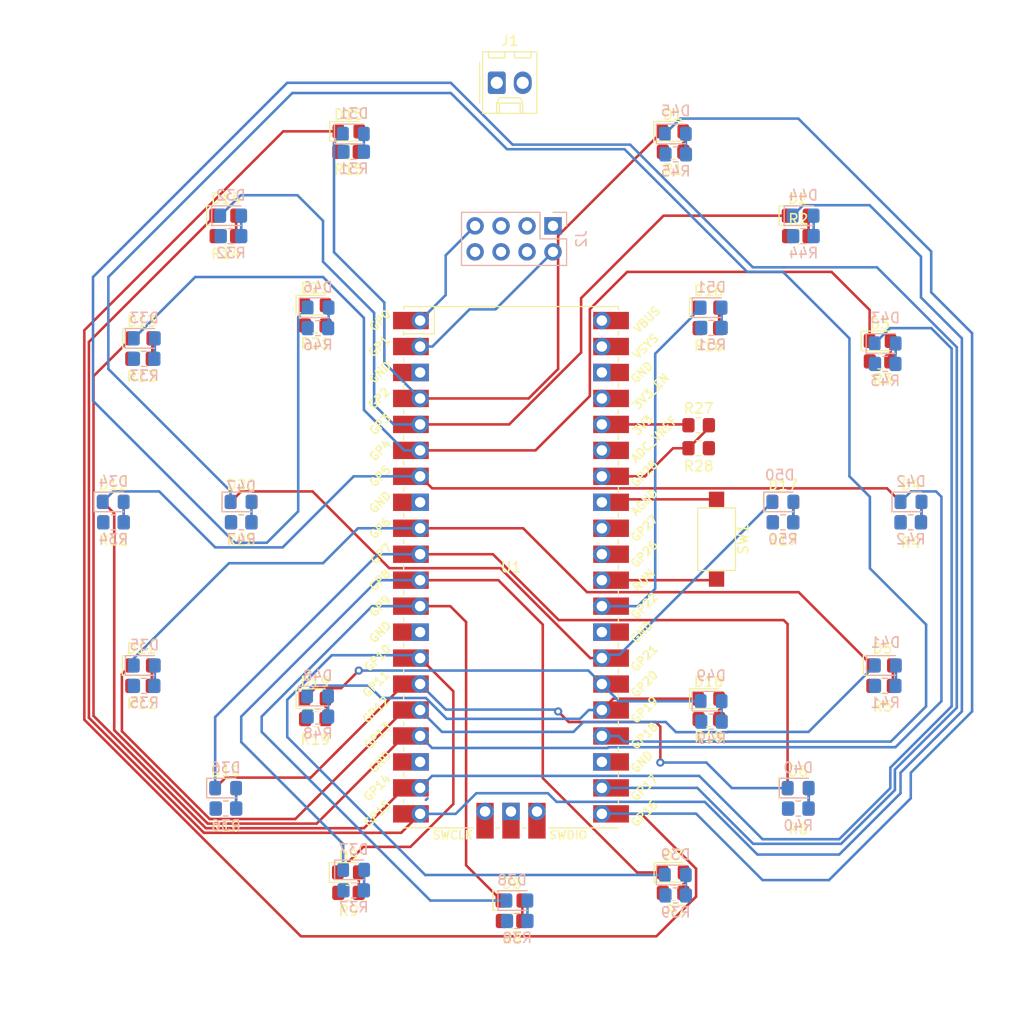
<source format=kicad_pcb>
(kicad_pcb (version 20171130) (host pcbnew 5.1.10-88a1d61d58~88~ubuntu20.04.1)
  (layers (0 F.Cu signal) (31 B.Cu signal) (34 B.Paste user) (35 F.Paste user hide) (36 B.SilkS user) (37 F.SilkS user hide) (38 B.Mask user) (39 F.Mask user hide) (44 Edge.Cuts user))
  (net 0 "")
  (net 1 "Net-(D1-Pad2)")
  (net 2 LED19)
  (net 3 "Net-(D2-Pad2)")
  (net 4 "Net-(D3-Pad2)")
  (net 5 LED1)
  (net 6 "Net-(D4-Pad2)")
  (net 7 LED13)
  (net 8 "Net-(D5-Pad2)")
  (net 9 "Net-(D6-Pad2)")
  (net 10 LED7)
  (net 11 "Net-(D7-Pad2)")
  (net 12 "Net-(D8-Pad2)")
  (net 13 "Net-(D9-Pad2)")
  (net 14 LED2)
  (net 15 "Net-(D10-Pad2)")
  (net 16 "Net-(D11-Pad2)")
  (net 17 LED20)
  (net 18 "Net-(D12-Pad2)")
  (net 19 LED8)
  (net 20 "Net-(D13-Pad2)")
  (net 21 "Net-(D14-Pad2)")
  (net 22 "Net-(D15-Pad2)")
  (net 23 LED14)
  (net 24 "Net-(D16-Pad2)")
  (net 25 "Net-(D17-Pad2)")
  (net 26 LED3)
  (net 27 "Net-(D18-Pad2)")
  (net 28 "Net-(D19-Pad2)")
  (net 29 LED9)
  (net 30 "Net-(D20-Pad2)")
  (net 31 LED15)
  (net 32 LED21)
  (net 33 LED4)
  (net 34 LED16)
  (net 35 "Net-(D31-Pad2)")
  (net 36 LED10)
  (net 37 "Net-(D33-Pad2)")
  (net 38 "Net-(D35-Pad2)")
  (net 39 LED5)
  (net 40 "Net-(D36-Pad2)")
  (net 41 "Net-(D37-Pad2)")
  (net 42 LED17)
  (net 43 "Net-(D38-Pad2)")
  (net 44 "Net-(D39-Pad2)")
  (net 45 LED11)
  (net 46 "Net-(D40-Pad2)")
  (net 47 "Net-(D43-Pad2)")
  (net 48 LED6)
  (net 49 "Net-(D44-Pad2)")
  (net 50 "Net-(D45-Pad2)")
  (net 51 LED12)
  (net 52 "Net-(D46-Pad2)")
  (net 53 "Net-(D47-Pad2)")
  (net 54 LED18)
  (net 55 "Net-(D48-Pad2)")
  (net 56 +5V)
  (net 57 GND)
  (net 58 TXD)
  (net 59 "Net-(J2-Pad6)")
  (net 60 RXD)
  (net 61 "Net-(J2-Pad3)")
  (net 62 LIGHT)
  (net 63 +3V3)
  (net 64 "Net-(D21-Pad2)")
  (net 65 "Net-(D32-Pad2)")
  (net 66 "Net-(D34-Pad2)")
  (net 67 "Net-(D41-Pad2)")
  (net 68 "Net-(D42-Pad2)")
  (net 69 "Net-(D49-Pad2)")
  (net 70 "Net-(D50-Pad2)")
  (net 71 "Net-(D51-Pad2)")
  (net 72 "Net-(U1-Pad43)")
  (net 73 "Net-(U1-Pad42)")
  (net 74 "Net-(U1-Pad41)")
  (net 75 "Net-(U1-Pad23)")
  (net 76 "Net-(U1-Pad28)")
  (net 77 SDA)
  (net 78 SCL)
  (net 79 "Net-(U1-Pad35)")
  (net 80 "Net-(U1-Pad37)")
  (net 81 "Net-(U1-Pad39)")
  (net 82 "Net-(U1-Pad18)")
  (net 83 "Net-(U1-Pad13)")
  (net 84 "Net-(U1-Pad8)")
  (net 85 "Net-(U1-Pad3)")
  (net 86 "Net-(SW1-Pad2)")
  (net 87 "Net-(SW1-Pad1)")
  (net 88 "Net-(J2-Pad5)")
  (net 89 "Net-(J2-Pad4)")
  (module Button_Switch_SMD:SW_SPST_CK_RS282G05A3 (layer F.Cu) (at 164.5 115.65 270)
    (fp_text reference SW1 (at 0 -2.6 90) (layer F.SilkS))
    (fp_text value SW_Push)
    (pad 2 smd rect (at 3.9 0 270) (size 1.5 1.5) (layers F.Cu F.Paste F.Mask) (net 86 "Net-(SW1-Pad2)"))
    (pad 1 smd rect (at -3.9 0 270) (size 1.5 1.5) (layers F.Cu F.Paste F.Mask) (net 87 "Net-(SW1-Pad1)"))
  )
  (module MCU_RaspberryPi_and_Boards:RPi_Pico_SMD_TH (layer F.Cu) (at 144.39 118.39)
    (fp_text reference U1 (at 0 0) (layer F.SilkS))
    (fp_text value Pico)
    (fp_text user SWDIO (at 5.6 26.2) (layer F.SilkS) (effects (font (size 0.8 0.8))))
    (fp_text user SWCLK (at -5.7 26.2) (layer F.SilkS) (effects (font (size 0.8 0.8))))
    (fp_text user AGND (at 13.054 -6.35 45) (layer F.SilkS) (effects (font (size 0.8 0.8))))
    (fp_text user GND (at 12.8 -19.05 45) (layer F.SilkS) (effects (font (size 0.8 0.8))))
    (fp_text user GND (at 12.8 6.35 45) (layer F.SilkS) (effects (font (size 0.8 0.8))))
    (fp_text user GND (at 12.8 19.05 45) (layer F.SilkS) (effects (font (size 0.8 0.8))))
    (fp_text user GND (at -12.8 19.05 45) (layer F.SilkS) (effects (font (size 0.8 0.8))))
    (fp_text user GND (at -12.8 6.35 45) (layer F.SilkS) (effects (font (size 0.8 0.8))))
    (fp_text user GND (at -12.8 -6.35 45) (layer F.SilkS) (effects (font (size 0.8 0.8))))
    (fp_text user GND (at -12.8 -19.05 45) (layer F.SilkS) (effects (font (size 0.8 0.8))))
    (fp_text user VBUS (at 13.3 -24.2 45) (layer F.SilkS) (effects (font (size 0.8 0.8))))
    (fp_text user VSYS (at 13.2 -21.59 45) (layer F.SilkS) (effects (font (size 0.8 0.8))))
    (fp_text user 3V3_EN (at 13.7 -17.2 45) (layer F.SilkS) (effects (font (size 0.8 0.8))))
    (fp_text user 3V3 (at 12.9 -13.9 45) (layer F.SilkS) (effects (font (size 0.8 0.8))))
    (fp_text user ADC_VREF (at 14 -12.5 45) (layer F.SilkS) (effects (font (size 0.8 0.8))))
    (fp_text user GP28 (at 13.054 -9.144 45) (layer F.SilkS) (effects (font (size 0.8 0.8))))
    (fp_text user GP27 (at 13.054 -3.8 45) (layer F.SilkS) (effects (font (size 0.8 0.8))))
    (fp_text user GP26 (at 13.054 -1.27 45) (layer F.SilkS) (effects (font (size 0.8 0.8))))
    (fp_text user RUN (at 13 1.27 45) (layer F.SilkS) (effects (font (size 0.8 0.8))))
    (fp_text user GP22 (at 13.054 3.81 45) (layer F.SilkS) (effects (font (size 0.8 0.8))))
    (fp_text user GP21 (at 13.054 8.9 45) (layer F.SilkS) (effects (font (size 0.8 0.8))))
    (fp_text user GP20 (at 13.054 11.43 45) (layer F.SilkS) (effects (font (size 0.8 0.8))))
    (fp_text user GP19 (at 13.054 13.97 45) (layer F.SilkS) (effects (font (size 0.8 0.8))))
    (fp_text user GP18 (at 13.054 16.51 45) (layer F.SilkS) (effects (font (size 0.8 0.8))))
    (fp_text user GP17 (at 13.054 21.59 45) (layer F.SilkS) (effects (font (size 0.8 0.8))))
    (fp_text user GP16 (at 13.054 24.13 45) (layer F.SilkS) (effects (font (size 0.8 0.8))))
    (fp_text user GP15 (at -13.054 24.13 45) (layer F.SilkS) (effects (font (size 0.8 0.8))))
    (fp_text user GP14 (at -13.1 21.59 45) (layer F.SilkS) (effects (font (size 0.8 0.8))))
    (fp_text user GP13 (at -13.054 16.51 45) (layer F.SilkS) (effects (font (size 0.8 0.8))))
    (fp_text user GP12 (at -13.2 13.97 45) (layer F.SilkS) (effects (font (size 0.8 0.8))))
    (fp_text user GP11 (at -13.2 11.43 45) (layer F.SilkS) (effects (font (size 0.8 0.8))))
    (fp_text user GP10 (at -13.054 8.89 45) (layer F.SilkS) (effects (font (size 0.8 0.8))))
    (fp_text user GP9 (at -12.8 3.81 45) (layer F.SilkS) (effects (font (size 0.8 0.8))))
    (fp_text user GP8 (at -12.8 1.27 45) (layer F.SilkS) (effects (font (size 0.8 0.8))))
    (fp_text user GP7 (at -12.7 -1.3 45) (layer F.SilkS) (effects (font (size 0.8 0.8))))
    (fp_text user GP6 (at -12.8 -3.81 45) (layer F.SilkS) (effects (font (size 0.8 0.8))))
    (fp_text user GP5 (at -12.8 -8.89 45) (layer F.SilkS) (effects (font (size 0.8 0.8))))
    (fp_text user GP4 (at -12.8 -11.43 45) (layer F.SilkS) (effects (font (size 0.8 0.8))))
    (fp_text user GP3 (at -12.8 -13.97 45) (layer F.SilkS) (effects (font (size 0.8 0.8))))
    (fp_text user GP0 (at -12.8 -24.13 45) (layer F.SilkS) (effects (font (size 0.8 0.8))))
    (fp_text user GP2 (at -12.9 -16.51 45) (layer F.SilkS) (effects (font (size 0.8 0.8))))
    (fp_text user GP1 (at -12.9 -21.6 45) (layer F.SilkS) (effects (font (size 0.8 0.8))))
    (pad 43 thru_hole oval (at 2.54 23.9) (size 1.7 1.7) (drill 1.02) (layers *.Cu *.Mask) (net 72 "Net-(U1-Pad43)"))
    (pad 43 smd rect (at 2.54 23.9 90) (size 3.5 1.7) (drill (offset -0.9 0)) (layers F.Cu F.Mask) (net 72 "Net-(U1-Pad43)"))
    (pad 42 thru_hole rect (at 0 23.9) (size 1.7 1.7) (drill 1.02) (layers *.Cu *.Mask) (net 73 "Net-(U1-Pad42)"))
    (pad 42 smd rect (at 0 23.9 90) (size 3.5 1.7) (drill (offset -0.9 0)) (layers F.Cu F.Mask) (net 73 "Net-(U1-Pad42)"))
    (pad 41 thru_hole oval (at -2.54 23.9) (size 1.7 1.7) (drill 1.02) (layers *.Cu *.Mask) (net 74 "Net-(U1-Pad41)"))
    (pad 41 smd rect (at -2.54 23.9 90) (size 3.5 1.7) (drill (offset -0.9 0)) (layers F.Cu F.Mask) (net 74 "Net-(U1-Pad41)"))
    (pad "" np_thru_hole oval (at 2.425 -20.97) (size 1.5 1.5) (drill 1.5) (layers *.Cu *.Mask))
    (pad "" np_thru_hole oval (at -2.425 -20.97) (size 1.5 1.5) (drill 1.5) (layers *.Cu *.Mask))
    (pad "" np_thru_hole oval (at 2.725 -24) (size 1.8 1.8) (drill 1.8) (layers *.Cu *.Mask))
    (pad "" np_thru_hole oval (at -2.725 -24) (size 1.8 1.8) (drill 1.8) (layers *.Cu *.Mask))
    (pad 21 smd rect (at 8.89 24.13) (size 3.5 1.7) (drill (offset 0.9 0)) (layers F.Cu F.Mask) (net 31 LED15))
    (pad 22 smd rect (at 8.89 21.59) (size 3.5 1.7) (drill (offset 0.9 0)) (layers F.Cu F.Mask) (net 34 LED16))
    (pad 23 smd rect (at 8.89 19.05) (size 3.5 1.7) (drill (offset 0.9 0)) (layers F.Cu F.Mask) (net 75 "Net-(U1-Pad23)"))
    (pad 24 smd rect (at 8.89 16.51) (size 3.5 1.7) (drill (offset 0.9 0)) (layers F.Cu F.Mask) (net 42 LED17))
    (pad 25 smd rect (at 8.89 13.97) (size 3.5 1.7) (drill (offset 0.9 0)) (layers F.Cu F.Mask) (net 54 LED18))
    (pad 26 smd rect (at 8.89 11.43) (size 3.5 1.7) (drill (offset 0.9 0)) (layers F.Cu F.Mask) (net 2 LED19))
    (pad 27 smd rect (at 8.89 8.89) (size 3.5 1.7) (drill (offset 0.9 0)) (layers F.Cu F.Mask) (net 17 LED20))
    (pad 28 smd rect (at 8.89 6.35) (size 3.5 1.7) (drill (offset 0.9 0)) (layers F.Cu F.Mask) (net 76 "Net-(U1-Pad28)"))
    (pad 29 smd rect (at 8.89 3.81) (size 3.5 1.7) (drill (offset 0.9 0)) (layers F.Cu F.Mask) (net 32 LED21))
    (pad 30 smd rect (at 8.89 1.27) (size 3.5 1.7) (drill (offset 0.9 0)) (layers F.Cu F.Mask) (net 86 "Net-(SW1-Pad2)"))
    (pad 31 smd rect (at 8.89 -1.27) (size 3.5 1.7) (drill (offset 0.9 0)) (layers F.Cu F.Mask) (net 77 SDA))
    (pad 32 smd rect (at 8.89 -3.81) (size 3.5 1.7) (drill (offset 0.9 0)) (layers F.Cu F.Mask) (net 78 SCL))
    (pad 33 smd rect (at 8.89 -6.35) (size 3.5 1.7) (drill (offset 0.9 0)) (layers F.Cu F.Mask) (net 87 "Net-(SW1-Pad1)"))
    (pad 34 smd rect (at 8.89 -8.89) (size 3.5 1.7) (drill (offset 0.9 0)) (layers F.Cu F.Mask) (net 62 LIGHT))
    (pad 35 smd rect (at 8.89 -11.43) (size 3.5 1.7) (drill (offset 0.9 0)) (layers F.Cu F.Mask) (net 79 "Net-(U1-Pad35)"))
    (pad 36 smd rect (at 8.89 -13.97) (size 3.5 1.7) (drill (offset 0.9 0)) (layers F.Cu F.Mask) (net 63 +3V3))
    (pad 37 smd rect (at 8.89 -16.51) (size 3.5 1.7) (drill (offset 0.9 0)) (layers F.Cu F.Mask) (net 80 "Net-(U1-Pad37)"))
    (pad 38 smd rect (at 8.89 -19.05) (size 3.5 1.7) (drill (offset 0.9 0)) (layers F.Cu F.Mask) (net 57 GND))
    (pad 39 smd rect (at 8.89 -21.59) (size 3.5 1.7) (drill (offset 0.9 0)) (layers F.Cu F.Mask) (net 81 "Net-(U1-Pad39)"))
    (pad 40 smd rect (at 8.89 -24.13) (size 3.5 1.7) (drill (offset 0.9 0)) (layers F.Cu F.Mask) (net 56 +5V))
    (pad 20 smd rect (at -8.89 24.13) (size 3.5 1.7) (drill (offset -0.9 0)) (layers F.Cu F.Mask) (net 23 LED14))
    (pad 19 smd rect (at -8.89 21.59) (size 3.5 1.7) (drill (offset -0.9 0)) (layers F.Cu F.Mask) (net 7 LED13))
    (pad 18 smd rect (at -8.89 19.05) (size 3.5 1.7) (drill (offset -0.9 0)) (layers F.Cu F.Mask) (net 82 "Net-(U1-Pad18)"))
    (pad 17 smd rect (at -8.89 16.51) (size 3.5 1.7) (drill (offset -0.9 0)) (layers F.Cu F.Mask) (net 51 LED12))
    (pad 16 smd rect (at -8.89 13.97) (size 3.5 1.7) (drill (offset -0.9 0)) (layers F.Cu F.Mask) (net 45 LED11))
    (pad 15 smd rect (at -8.89 11.43) (size 3.5 1.7) (drill (offset -0.9 0)) (layers F.Cu F.Mask) (net 36 LED10))
    (pad 14 smd rect (at -8.89 8.89) (size 3.5 1.7) (drill (offset -0.9 0)) (layers F.Cu F.Mask) (net 29 LED9))
    (pad 13 smd rect (at -8.89 6.35) (size 3.5 1.7) (drill (offset -0.9 0)) (layers F.Cu F.Mask) (net 83 "Net-(U1-Pad13)"))
    (pad 12 smd rect (at -8.89 3.81) (size 3.5 1.7) (drill (offset -0.9 0)) (layers F.Cu F.Mask) (net 19 LED8))
    (pad 11 smd rect (at -8.89 1.27) (size 3.5 1.7) (drill (offset -0.9 0)) (layers F.Cu F.Mask) (net 10 LED7))
    (pad 10 smd rect (at -8.89 -1.27) (size 3.5 1.7) (drill (offset -0.9 0)) (layers F.Cu F.Mask) (net 48 LED6))
    (pad 9 smd rect (at -8.89 -3.81) (size 3.5 1.7) (drill (offset -0.9 0)) (layers F.Cu F.Mask) (net 39 LED5))
    (pad 8 smd rect (at -8.89 -6.35) (size 3.5 1.7) (drill (offset -0.9 0)) (layers F.Cu F.Mask) (net 84 "Net-(U1-Pad8)"))
    (pad 7 smd rect (at -8.89 -8.89) (size 3.5 1.7) (drill (offset -0.9 0)) (layers F.Cu F.Mask) (net 33 LED4))
    (pad 6 smd rect (at -8.89 -11.43) (size 3.5 1.7) (drill (offset -0.9 0)) (layers F.Cu F.Mask) (net 26 LED3))
    (pad 5 smd rect (at -8.89 -13.97) (size 3.5 1.7) (drill (offset -0.9 0)) (layers F.Cu F.Mask) (net 14 LED2))
    (pad 4 smd rect (at -8.89 -16.51) (size 3.5 1.7) (drill (offset -0.9 0)) (layers F.Cu F.Mask) (net 5 LED1))
    (pad 3 smd rect (at -8.89 -19.05) (size 3.5 1.7) (drill (offset -0.9 0)) (layers F.Cu F.Mask) (net 85 "Net-(U1-Pad3)"))
    (pad 2 smd rect (at -8.89 -21.59) (size 3.5 1.7) (drill (offset -0.9 0)) (layers F.Cu F.Mask) (net 58 TXD))
    (pad 1 smd rect (at -8.89 -24.13) (size 3.5 1.7) (drill (offset -0.9 0)) (layers F.Cu F.Mask) (net 60 RXD))
    (pad 40 thru_hole oval (at 8.89 -24.13) (size 1.7 1.7) (drill 1.02) (layers *.Cu *.Mask) (net 56 +5V))
    (pad 39 thru_hole oval (at 8.89 -21.59) (size 1.7 1.7) (drill 1.02) (layers *.Cu *.Mask) (net 81 "Net-(U1-Pad39)"))
    (pad 38 thru_hole rect (at 8.89 -19.05) (size 1.7 1.7) (drill 1.02) (layers *.Cu *.Mask) (net 57 GND))
    (pad 37 thru_hole oval (at 8.89 -16.51) (size 1.7 1.7) (drill 1.02) (layers *.Cu *.Mask) (net 80 "Net-(U1-Pad37)"))
    (pad 36 thru_hole oval (at 8.89 -13.97) (size 1.7 1.7) (drill 1.02) (layers *.Cu *.Mask) (net 63 +3V3))
    (pad 35 thru_hole oval (at 8.89 -11.43) (size 1.7 1.7) (drill 1.02) (layers *.Cu *.Mask) (net 79 "Net-(U1-Pad35)"))
    (pad 34 thru_hole oval (at 8.89 -8.89) (size 1.7 1.7) (drill 1.02) (layers *.Cu *.Mask) (net 62 LIGHT))
    (pad 33 thru_hole rect (at 8.89 -6.35) (size 1.7 1.7) (drill 1.02) (layers *.Cu *.Mask) (net 87 "Net-(SW1-Pad1)"))
    (pad 32 thru_hole oval (at 8.89 -3.81) (size 1.7 1.7) (drill 1.02) (layers *.Cu *.Mask) (net 78 SCL))
    (pad 31 thru_hole oval (at 8.89 -1.27) (size 1.7 1.7) (drill 1.02) (layers *.Cu *.Mask) (net 77 SDA))
    (pad 30 thru_hole oval (at 8.89 1.27) (size 1.7 1.7) (drill 1.02) (layers *.Cu *.Mask) (net 86 "Net-(SW1-Pad2)"))
    (pad 29 thru_hole oval (at 8.89 3.81) (size 1.7 1.7) (drill 1.02) (layers *.Cu *.Mask) (net 32 LED21))
    (pad 28 thru_hole rect (at 8.89 6.35) (size 1.7 1.7) (drill 1.02) (layers *.Cu *.Mask) (net 76 "Net-(U1-Pad28)"))
    (pad 27 thru_hole oval (at 8.89 8.89) (size 1.7 1.7) (drill 1.02) (layers *.Cu *.Mask) (net 17 LED20))
    (pad 26 thru_hole oval (at 8.89 11.43) (size 1.7 1.7) (drill 1.02) (layers *.Cu *.Mask) (net 2 LED19))
    (pad 25 thru_hole oval (at 8.89 13.97) (size 1.7 1.7) (drill 1.02) (layers *.Cu *.Mask) (net 54 LED18))
    (pad 24 thru_hole oval (at 8.89 16.51) (size 1.7 1.7) (drill 1.02) (layers *.Cu *.Mask) (net 42 LED17))
    (pad 23 thru_hole rect (at 8.89 19.05) (size 1.7 1.7) (drill 1.02) (layers *.Cu *.Mask) (net 75 "Net-(U1-Pad23)"))
    (pad 22 thru_hole oval (at 8.89 21.59) (size 1.7 1.7) (drill 1.02) (layers *.Cu *.Mask) (net 34 LED16))
    (pad 21 thru_hole oval (at 8.89 24.13) (size 1.7 1.7) (drill 1.02) (layers *.Cu *.Mask) (net 31 LED15))
    (pad 20 thru_hole oval (at -8.89 24.13) (size 1.7 1.7) (drill 1.02) (layers *.Cu *.Mask) (net 23 LED14))
    (pad 19 thru_hole oval (at -8.89 21.59) (size 1.7 1.7) (drill 1.02) (layers *.Cu *.Mask) (net 7 LED13))
    (pad 18 thru_hole rect (at -8.89 19.05) (size 1.7 1.7) (drill 1.02) (layers *.Cu *.Mask) (net 82 "Net-(U1-Pad18)"))
    (pad 17 thru_hole oval (at -8.89 16.51) (size 1.7 1.7) (drill 1.02) (layers *.Cu *.Mask) (net 51 LED12))
    (pad 16 thru_hole oval (at -8.89 13.97) (size 1.7 1.7) (drill 1.02) (layers *.Cu *.Mask) (net 45 LED11))
    (pad 15 thru_hole oval (at -8.89 11.43) (size 1.7 1.7) (drill 1.02) (layers *.Cu *.Mask) (net 36 LED10))
    (pad 14 thru_hole oval (at -8.89 8.89) (size 1.7 1.7) (drill 1.02) (layers *.Cu *.Mask) (net 29 LED9))
    (pad 13 thru_hole rect (at -8.89 6.35) (size 1.7 1.7) (drill 1.02) (layers *.Cu *.Mask) (net 83 "Net-(U1-Pad13)"))
    (pad 12 thru_hole oval (at -8.89 3.81) (size 1.7 1.7) (drill 1.02) (layers *.Cu *.Mask) (net 19 LED8))
    (pad 11 thru_hole oval (at -8.89 1.27) (size 1.7 1.7) (drill 1.02) (layers *.Cu *.Mask) (net 10 LED7))
    (pad 10 thru_hole oval (at -8.89 -1.27) (size 1.7 1.7) (drill 1.02) (layers *.Cu *.Mask) (net 48 LED6))
    (pad 9 thru_hole oval (at -8.89 -3.81) (size 1.7 1.7) (drill 1.02) (layers *.Cu *.Mask) (net 39 LED5))
    (pad 8 thru_hole rect (at -8.89 -6.35) (size 1.7 1.7) (drill 1.02) (layers *.Cu *.Mask) (net 84 "Net-(U1-Pad8)"))
    (pad 7 thru_hole oval (at -8.89 -8.89) (size 1.7 1.7) (drill 1.02) (layers *.Cu *.Mask) (net 33 LED4))
    (pad 6 thru_hole oval (at -8.89 -11.43) (size 1.7 1.7) (drill 1.02) (layers *.Cu *.Mask) (net 26 LED3))
    (pad 5 thru_hole oval (at -8.89 -13.97) (size 1.7 1.7) (drill 1.02) (layers *.Cu *.Mask) (net 14 LED2))
    (pad 4 thru_hole oval (at -8.89 -16.51) (size 1.7 1.7) (drill 1.02) (layers *.Cu *.Mask) (net 5 LED1))
    (pad 3 thru_hole rect (at -8.89 -19.05) (size 1.7 1.7) (drill 1.02) (layers *.Cu *.Mask) (net 85 "Net-(U1-Pad3)"))
    (pad 2 thru_hole oval (at -8.89 -21.59) (size 1.7 1.7) (drill 1.02) (layers *.Cu *.Mask) (net 58 TXD))
    (pad 1 thru_hole oval (at -8.89 -24.13) (size 1.7 1.7) (drill 1.02) (layers *.Cu *.Mask) (net 60 RXD))
  )
  (module Resistor_SMD:R_0805_2012Metric_Pad1.20x1.40mm_HandSolder (layer B.Cu) (at 125.5 133)
    (fp_text reference R48 (at 0 1.65) (layer B.SilkS) (effects (justify mirror)))
    (fp_text value R)
    (pad 2 smd roundrect (at 1 0) (size 1.2 1.4) (layers B.Cu B.Paste B.Mask) (roundrect_rratio 0.208333) (net 55 "Net-(D48-Pad2)"))
    (pad 1 smd roundrect (at -1 0) (size 1.2 1.4) (layers B.Cu B.Paste B.Mask) (roundrect_rratio 0.208333) (net 56 +5V))
  )
  (module Resistor_SMD:R_0805_2012Metric_Pad1.20x1.40mm_HandSolder (layer F.Cu) (at 163.75 133.25)
    (fp_text reference R18 (at 0 1.75) (layer F.SilkS))
    (fp_text value R)
    (pad 2 smd roundrect (at 1 0) (size 1.2 1.4) (layers F.Cu F.Paste F.Mask) (roundrect_rratio 0.208333) (net 27 "Net-(D18-Pad2)"))
    (pad 1 smd roundrect (at -1 0) (size 1.2 1.4) (layers F.Cu F.Paste F.Mask) (roundrect_rratio 0.208333) (net 56 +5V))
  )
  (module Resistor_SMD:R_0805_2012Metric_Pad1.20x1.40mm_HandSolder (layer B.Cu) (at 183.5 114)
    (fp_text reference R42 (at 0 1.65) (layer B.SilkS) (effects (justify mirror)))
    (fp_text value R)
    (pad 2 smd roundrect (at 1 0) (size 1.2 1.4) (layers B.Cu B.Paste B.Mask) (roundrect_rratio 0.208333) (net 68 "Net-(D42-Pad2)"))
    (pad 1 smd roundrect (at -1 0) (size 1.2 1.4) (layers B.Cu B.Paste B.Mask) (roundrect_rratio 0.208333) (net 56 +5V))
  )
  (module Resistor_SMD:R_0805_2012Metric_Pad1.20x1.40mm_HandSolder (layer F.Cu) (at 105.5 114)
    (fp_text reference R12 (at 0 1.75) (layer F.SilkS))
    (fp_text value R)
    (pad 2 smd roundrect (at 1 0) (size 1.2 1.4) (layers F.Cu F.Paste F.Mask) (roundrect_rratio 0.208333) (net 18 "Net-(D12-Pad2)"))
    (pad 1 smd roundrect (at -1 0) (size 1.2 1.4) (layers F.Cu F.Paste F.Mask) (roundrect_rratio 0.208333) (net 56 +5V))
  )
  (module Resistor_SMD:R_0805_2012Metric_Pad1.20x1.40mm_HandSolder (layer B.Cu) (at 116.5 142)
    (fp_text reference R36 (at 0 1.65) (layer B.SilkS) (effects (justify mirror)))
    (fp_text value R)
    (pad 2 smd roundrect (at 1 0) (size 1.2 1.4) (layers B.Cu B.Paste B.Mask) (roundrect_rratio 0.208333) (net 40 "Net-(D36-Pad2)"))
    (pad 1 smd roundrect (at -1 0) (size 1.2 1.4) (layers B.Cu B.Paste B.Mask) (roundrect_rratio 0.208333) (net 56 +5V))
  )
  (module Resistor_SMD:R_0805_2012Metric_Pad1.20x1.40mm_HandSolder (layer F.Cu) (at 172.5 142)
    (fp_text reference R6 (at 0 2) (layer F.SilkS))
    (fp_text value R)
    (pad 2 smd roundrect (at 1 0) (size 1.2 1.4) (layers F.Cu F.Paste F.Mask) (roundrect_rratio 0.208333) (net 9 "Net-(D6-Pad2)"))
    (pad 1 smd roundrect (at -1 0) (size 1.2 1.4) (layers F.Cu F.Paste F.Mask) (roundrect_rratio 0.208333) (net 56 +5V))
  )
  (module Resistor_SMD:R_0805_2012Metric_Pad1.20x1.40mm_HandSolder (layer B.Cu) (at 181 130)
    (fp_text reference R41 (at 0 1.65) (layer B.SilkS) (effects (justify mirror)))
    (fp_text value R)
    (pad 2 smd roundrect (at 1 0) (size 1.2 1.4) (layers B.Cu B.Paste B.Mask) (roundrect_rratio 0.208333) (net 67 "Net-(D41-Pad2)"))
    (pad 1 smd roundrect (at -1 0) (size 1.2 1.4) (layers B.Cu B.Paste B.Mask) (roundrect_rratio 0.208333) (net 56 +5V))
  )
  (module Resistor_SMD:R_0805_2012Metric_Pad1.20x1.40mm_HandSolder (layer F.Cu) (at 108.25 130)
    (fp_text reference R11 (at 0 1.75) (layer F.SilkS))
    (fp_text value R)
    (pad 2 smd roundrect (at 1 0) (size 1.2 1.4) (layers F.Cu F.Paste F.Mask) (roundrect_rratio 0.208333) (net 16 "Net-(D11-Pad2)"))
    (pad 1 smd roundrect (at -1 0) (size 1.2 1.4) (layers F.Cu F.Paste F.Mask) (roundrect_rratio 0.208333) (net 56 +5V))
  )
  (module Resistor_SMD:R_0805_2012Metric_Pad1.20x1.40mm_HandSolder (layer B.Cu) (at 118 114)
    (fp_text reference R47 (at 0 1.65) (layer B.SilkS) (effects (justify mirror)))
    (fp_text value R)
    (pad 2 smd roundrect (at 1 0) (size 1.2 1.4) (layers B.Cu B.Paste B.Mask) (roundrect_rratio 0.208333) (net 53 "Net-(D47-Pad2)"))
    (pad 1 smd roundrect (at -1 0) (size 1.2 1.4) (layers B.Cu B.Paste B.Mask) (roundrect_rratio 0.208333) (net 56 +5V))
  )
  (module Resistor_SMD:R_0805_2012Metric_Pad1.20x1.40mm_HandSolder (layer F.Cu) (at 171 114)
    (fp_text reference R17 (at 0 1.75) (layer F.SilkS))
    (fp_text value R)
    (pad 2 smd roundrect (at 1 0) (size 1.2 1.4) (layers F.Cu F.Paste F.Mask) (roundrect_rratio 0.208333) (net 25 "Net-(D17-Pad2)"))
    (pad 1 smd roundrect (at -1 0) (size 1.2 1.4) (layers F.Cu F.Paste F.Mask) (roundrect_rratio 0.208333) (net 56 +5V))
  )
  (module Resistor_SMD:R_0805_2012Metric_Pad1.20x1.40mm_HandSolder (layer B.Cu) (at 108.5 130)
    (fp_text reference R35 (at 0 1.65) (layer B.SilkS) (effects (justify mirror)))
    (fp_text value R)
    (pad 2 smd roundrect (at 1 0) (size 1.2 1.4) (layers B.Cu B.Paste B.Mask) (roundrect_rratio 0.208333) (net 38 "Net-(D35-Pad2)"))
    (pad 1 smd roundrect (at -1 0) (size 1.2 1.4) (layers B.Cu B.Paste B.Mask) (roundrect_rratio 0.208333) (net 56 +5V))
  )
  (module Resistor_SMD:R_0805_2012Metric_Pad1.20x1.40mm_HandSolder (layer F.Cu) (at 180.75 130)
    (fp_text reference R5 (at 0 2) (layer F.SilkS))
    (fp_text value R)
    (pad 2 smd roundrect (at 1 0) (size 1.2 1.4) (layers F.Cu F.Paste F.Mask) (roundrect_rratio 0.208333) (net 8 "Net-(D5-Pad2)"))
    (pad 1 smd roundrect (at -1 0) (size 1.2 1.4) (layers F.Cu F.Paste F.Mask) (roundrect_rratio 0.208333) (net 56 +5V))
  )
  (module Resistor_SMD:R_0805_2012Metric_Pad1.20x1.40mm_HandSolder (layer B.Cu) (at 172.5 142)
    (fp_text reference R40 (at 0 1.65) (layer B.SilkS) (effects (justify mirror)))
    (fp_text value R)
    (pad 2 smd roundrect (at 1 0) (size 1.2 1.4) (layers B.Cu B.Paste B.Mask) (roundrect_rratio 0.208333) (net 46 "Net-(D40-Pad2)"))
    (pad 1 smd roundrect (at -1 0) (size 1.2 1.4) (layers B.Cu B.Paste B.Mask) (roundrect_rratio 0.208333) (net 56 +5V))
  )
  (module Resistor_SMD:R_0805_2012Metric_Pad1.20x1.40mm_HandSolder (layer F.Cu) (at 116.5 142)
    (fp_text reference R10 (at 0 1.75) (layer F.SilkS))
    (fp_text value R)
    (pad 2 smd roundrect (at 1 0) (size 1.2 1.4) (layers F.Cu F.Paste F.Mask) (roundrect_rratio 0.208333) (net 15 "Net-(D10-Pad2)"))
    (pad 1 smd roundrect (at -1 0) (size 1.2 1.4) (layers F.Cu F.Paste F.Mask) (roundrect_rratio 0.208333) (net 56 +5V))
  )
  (module Resistor_SMD:R_0805_2012Metric_Pad1.20x1.40mm_HandSolder (layer B.Cu) (at 125.5 95)
    (fp_text reference R46 (at 0 1.65) (layer B.SilkS) (effects (justify mirror)))
    (fp_text value R)
    (pad 2 smd roundrect (at 1 0) (size 1.2 1.4) (layers B.Cu B.Paste B.Mask) (roundrect_rratio 0.208333) (net 52 "Net-(D46-Pad2)"))
    (pad 1 smd roundrect (at -1 0) (size 1.2 1.4) (layers B.Cu B.Paste B.Mask) (roundrect_rratio 0.208333) (net 56 +5V))
  )
  (module Resistor_SMD:R_0805_2012Metric_Pad1.20x1.40mm_HandSolder (layer F.Cu) (at 163.75 95)
    (fp_text reference R16 (at 0 1.75) (layer F.SilkS))
    (fp_text value R)
    (pad 2 smd roundrect (at 1 0) (size 1.2 1.4) (layers F.Cu F.Paste F.Mask) (roundrect_rratio 0.208333) (net 24 "Net-(D16-Pad2)"))
    (pad 1 smd roundrect (at -1 0) (size 1.2 1.4) (layers F.Cu F.Paste F.Mask) (roundrect_rratio 0.208333) (net 56 +5V))
  )
  (module Resistor_SMD:R_0805_2012Metric_Pad1.20x1.40mm_HandSolder (layer B.Cu) (at 105.5 114)
    (fp_text reference R34 (at 0 1.65) (layer B.SilkS) (effects (justify mirror)))
    (fp_text value R)
    (pad 2 smd roundrect (at 1 0) (size 1.2 1.4) (layers B.Cu B.Paste B.Mask) (roundrect_rratio 0.208333) (net 66 "Net-(D34-Pad2)"))
    (pad 1 smd roundrect (at -1 0) (size 1.2 1.4) (layers B.Cu B.Paste B.Mask) (roundrect_rratio 0.208333) (net 56 +5V))
  )
  (module Resistor_SMD:R_0805_2012Metric_Pad1.20x1.40mm_HandSolder (layer F.Cu) (at 183.5 114)
    (fp_text reference R4 (at 0 2) (layer F.SilkS))
    (fp_text value R)
    (pad 2 smd roundrect (at 1 0) (size 1.2 1.4) (layers F.Cu F.Paste F.Mask) (roundrect_rratio 0.208333) (net 6 "Net-(D4-Pad2)"))
    (pad 1 smd roundrect (at -1 0) (size 1.2 1.4) (layers F.Cu F.Paste F.Mask) (roundrect_rratio 0.208333) (net 56 +5V))
  )
  (module Resistor_SMD:R_0805_2012Metric_Pad1.20x1.40mm_HandSolder (layer F.Cu) (at 162.75 106.75)
    (fp_text reference R28 (at 0 1.75) (layer F.SilkS))
    (fp_text value R)
    (pad 2 smd roundrect (at 1 0) (size 1.2 1.4) (layers F.Cu F.Paste F.Mask) (roundrect_rratio 0.208333) (net 57 GND))
    (pad 1 smd roundrect (at -1 0) (size 1.2 1.4) (layers F.Cu F.Paste F.Mask) (roundrect_rratio 0.208333) (net 62 LIGHT))
  )
  (module Resistor_SMD:R_0805_2012Metric_Pad1.20x1.40mm_HandSolder (layer F.Cu) (at 162.75 104.5)
    (fp_text reference R27 (at 0 -1.65) (layer F.SilkS))
    (fp_text value R_PHOTO)
    (pad 2 smd roundrect (at 1 0) (size 1.2 1.4) (layers F.Cu F.Paste F.Mask) (roundrect_rratio 0.208333) (net 62 LIGHT))
    (pad 1 smd roundrect (at -1 0) (size 1.2 1.4) (layers F.Cu F.Paste F.Mask) (roundrect_rratio 0.208333) (net 63 +3V3))
  )
  (module Resistor_SMD:R_0805_2012Metric_Pad1.20x1.40mm_HandSolder (layer B.Cu) (at 164 94.975)
    (fp_text reference R51 (at 0 1.65) (layer B.SilkS) (effects (justify mirror)))
    (fp_text value R)
    (pad 2 smd roundrect (at 1 0) (size 1.2 1.4) (layers B.Cu B.Paste B.Mask) (roundrect_rratio 0.208333) (net 71 "Net-(D51-Pad2)"))
    (pad 1 smd roundrect (at -1 0) (size 1.2 1.4) (layers B.Cu B.Paste B.Mask) (roundrect_rratio 0.208333) (net 56 +5V))
  )
  (module Resistor_SMD:R_0805_2012Metric_Pad1.20x1.40mm_HandSolder (layer F.Cu) (at 125.25 94.75)
    (fp_text reference R21 (at 0 1.75) (layer F.SilkS))
    (fp_text value R)
    (pad 2 smd roundrect (at 1 0) (size 1.2 1.4) (layers F.Cu F.Paste F.Mask) (roundrect_rratio 0.208333) (net 64 "Net-(D21-Pad2)"))
    (pad 1 smd roundrect (at -1 0) (size 1.2 1.4) (layers F.Cu F.Paste F.Mask) (roundrect_rratio 0.208333) (net 56 +5V))
  )
  (module Resistor_SMD:R_0805_2012Metric_Pad1.20x1.40mm_HandSolder (layer B.Cu) (at 160.5 78)
    (fp_text reference R45 (at 0 1.65) (layer B.SilkS) (effects (justify mirror)))
    (fp_text value R)
    (pad 2 smd roundrect (at 1 0) (size 1.2 1.4) (layers B.Cu B.Paste B.Mask) (roundrect_rratio 0.208333) (net 50 "Net-(D45-Pad2)"))
    (pad 1 smd roundrect (at -1 0) (size 1.2 1.4) (layers B.Cu B.Paste B.Mask) (roundrect_rratio 0.208333) (net 56 +5V))
  )
  (module Resistor_SMD:R_0805_2012Metric_Pad1.20x1.40mm_HandSolder (layer F.Cu) (at 128.5 77.75)
    (fp_text reference R15 (at 0 1.75) (layer F.SilkS))
    (fp_text value R)
    (pad 2 smd roundrect (at 1 0) (size 1.2 1.4) (layers F.Cu F.Paste F.Mask) (roundrect_rratio 0.208333) (net 22 "Net-(D15-Pad2)"))
    (pad 1 smd roundrect (at -1 0) (size 1.2 1.4) (layers F.Cu F.Paste F.Mask) (roundrect_rratio 0.208333) (net 56 +5V))
  )
  (module Resistor_SMD:R_0805_2012Metric_Pad1.20x1.40mm_HandSolder (layer B.Cu) (at 160.5 150.5)
    (fp_text reference R39 (at 0 1.65) (layer B.SilkS) (effects (justify mirror)))
    (fp_text value R)
    (pad 2 smd roundrect (at 1 0) (size 1.2 1.4) (layers B.Cu B.Paste B.Mask) (roundrect_rratio 0.208333) (net 44 "Net-(D39-Pad2)"))
    (pad 1 smd roundrect (at -1 0) (size 1.2 1.4) (layers B.Cu B.Paste B.Mask) (roundrect_rratio 0.208333) (net 56 +5V))
  )
  (module Resistor_SMD:R_0805_2012Metric_Pad1.20x1.40mm_HandSolder (layer F.Cu) (at 128.5 150.25)
    (fp_text reference R9 (at 0 1.75) (layer F.SilkS))
    (fp_text value R)
    (pad 2 smd roundrect (at 1 0) (size 1.2 1.4) (layers F.Cu F.Paste F.Mask) (roundrect_rratio 0.208333) (net 13 "Net-(D9-Pad2)"))
    (pad 1 smd roundrect (at -1 0) (size 1.2 1.4) (layers F.Cu F.Paste F.Mask) (roundrect_rratio 0.208333) (net 56 +5V))
  )
  (module Resistor_SMD:R_0805_2012Metric_Pad1.20x1.40mm_HandSolder (layer B.Cu) (at 108.5 98)
    (fp_text reference R33 (at 0 1.65) (layer B.SilkS) (effects (justify mirror)))
    (fp_text value R)
    (pad 2 smd roundrect (at 1 0) (size 1.2 1.4) (layers B.Cu B.Paste B.Mask) (roundrect_rratio 0.208333) (net 37 "Net-(D33-Pad2)"))
    (pad 1 smd roundrect (at -1 0) (size 1.2 1.4) (layers B.Cu B.Paste B.Mask) (roundrect_rratio 0.208333) (net 56 +5V))
  )
  (module Resistor_SMD:R_0805_2012Metric_Pad1.20x1.40mm_HandSolder (layer F.Cu) (at 180.5 98.25)
    (fp_text reference R3 (at 0.25 1.75) (layer F.SilkS))
    (fp_text value R)
    (pad 2 smd roundrect (at 1 0) (size 1.2 1.4) (layers F.Cu F.Paste F.Mask) (roundrect_rratio 0.208333) (net 4 "Net-(D3-Pad2)"))
    (pad 1 smd roundrect (at -1 0) (size 1.2 1.4) (layers F.Cu F.Paste F.Mask) (roundrect_rratio 0.208333) (net 56 +5V))
  )
  (module Resistor_SMD:R_0805_2012Metric_Pad1.20x1.40mm_HandSolder (layer B.Cu) (at 173 86)
    (fp_text reference R44 (at 0 1.65) (layer B.SilkS) (effects (justify mirror)))
    (fp_text value R)
    (pad 2 smd roundrect (at 1 0) (size 1.2 1.4) (layers B.Cu B.Paste B.Mask) (roundrect_rratio 0.208333) (net 49 "Net-(D44-Pad2)"))
    (pad 1 smd roundrect (at -1 0) (size 1.2 1.4) (layers B.Cu B.Paste B.Mask) (roundrect_rratio 0.208333) (net 56 +5V))
  )
  (module Resistor_SMD:R_0805_2012Metric_Pad1.20x1.40mm_HandSolder (layer F.Cu) (at 116.5 86)
    (fp_text reference R14 (at 0 1.75) (layer F.SilkS))
    (fp_text value R)
    (pad 2 smd roundrect (at 1 0) (size 1.2 1.4) (layers F.Cu F.Paste F.Mask) (roundrect_rratio 0.208333) (net 21 "Net-(D14-Pad2)"))
    (pad 1 smd roundrect (at -1 0) (size 1.2 1.4) (layers F.Cu F.Paste F.Mask) (roundrect_rratio 0.208333) (net 56 +5V))
  )
  (module Resistor_SMD:R_0805_2012Metric_Pad1.20x1.40mm_HandSolder (layer B.Cu) (at 145 153)
    (fp_text reference R38 (at 0 1.65) (layer B.SilkS) (effects (justify mirror)))
    (fp_text value R)
    (pad 2 smd roundrect (at 1 0) (size 1.2 1.4) (layers B.Cu B.Paste B.Mask) (roundrect_rratio 0.208333) (net 43 "Net-(D38-Pad2)"))
    (pad 1 smd roundrect (at -1 0) (size 1.2 1.4) (layers B.Cu B.Paste B.Mask) (roundrect_rratio 0.208333) (net 56 +5V))
  )
  (module Resistor_SMD:R_0805_2012Metric_Pad1.20x1.40mm_HandSolder (layer F.Cu) (at 144.5 153)
    (fp_text reference R8 (at 0 1.75) (layer F.SilkS))
    (fp_text value R)
    (pad 2 smd roundrect (at 1 0) (size 1.2 1.4) (layers F.Cu F.Paste F.Mask) (roundrect_rratio 0.208333) (net 12 "Net-(D8-Pad2)"))
    (pad 1 smd roundrect (at -1 0) (size 1.2 1.4) (layers F.Cu F.Paste F.Mask) (roundrect_rratio 0.208333) (net 56 +5V))
  )
  (module Resistor_SMD:R_0805_2012Metric_Pad1.20x1.40mm_HandSolder (layer B.Cu) (at 171 114)
    (fp_text reference R50 (at 0 1.65) (layer B.SilkS) (effects (justify mirror)))
    (fp_text value R)
    (pad 2 smd roundrect (at 1 0) (size 1.2 1.4) (layers B.Cu B.Paste B.Mask) (roundrect_rratio 0.208333) (net 70 "Net-(D50-Pad2)"))
    (pad 1 smd roundrect (at -1 0) (size 1.2 1.4) (layers B.Cu B.Paste B.Mask) (roundrect_rratio 0.208333) (net 56 +5V))
  )
  (module Resistor_SMD:R_0805_2012Metric_Pad1.20x1.40mm_HandSolder (layer F.Cu) (at 118 114)
    (fp_text reference R20 (at 0 1.75) (layer F.SilkS))
    (fp_text value R)
    (pad 2 smd roundrect (at 1 0) (size 1.2 1.4) (layers F.Cu F.Paste F.Mask) (roundrect_rratio 0.208333) (net 30 "Net-(D20-Pad2)"))
    (pad 1 smd roundrect (at -1 0) (size 1.2 1.4) (layers F.Cu F.Paste F.Mask) (roundrect_rratio 0.208333) (net 56 +5V))
  )
  (module Resistor_SMD:R_0805_2012Metric_Pad1.20x1.40mm_HandSolder (layer B.Cu) (at 117 86)
    (fp_text reference R32 (at 0 1.65) (layer B.SilkS) (effects (justify mirror)))
    (fp_text value R)
    (pad 2 smd roundrect (at 1 0) (size 1.2 1.4) (layers B.Cu B.Paste B.Mask) (roundrect_rratio 0.208333) (net 65 "Net-(D32-Pad2)"))
    (pad 1 smd roundrect (at -1 0) (size 1.2 1.4) (layers B.Cu B.Paste B.Mask) (roundrect_rratio 0.208333) (net 56 +5V))
  )
  (module Resistor_SMD:R_0805_2012Metric_Pad1.20x1.40mm_HandSolder (layer F.Cu) (at 172.5 86)
    (fp_text reference R2 (at 0 -1.65) (layer F.SilkS))
    (fp_text value R)
    (pad 2 smd roundrect (at 1 0) (size 1.2 1.4) (layers F.Cu F.Paste F.Mask) (roundrect_rratio 0.208333) (net 3 "Net-(D2-Pad2)"))
    (pad 1 smd roundrect (at -1 0) (size 1.2 1.4) (layers F.Cu F.Paste F.Mask) (roundrect_rratio 0.208333) (net 56 +5V))
  )
  (module Resistor_SMD:R_0805_2012Metric_Pad1.20x1.40mm_HandSolder (layer B.Cu) (at 129 150)
    (fp_text reference R37 (at 0 1.65) (layer B.SilkS) (effects (justify mirror)))
    (fp_text value R)
    (pad 2 smd roundrect (at 1 0) (size 1.2 1.4) (layers B.Cu B.Paste B.Mask) (roundrect_rratio 0.208333) (net 41 "Net-(D37-Pad2)"))
    (pad 1 smd roundrect (at -1 0) (size 1.2 1.4) (layers B.Cu B.Paste B.Mask) (roundrect_rratio 0.208333) (net 56 +5V))
  )
  (module Resistor_SMD:R_0805_2012Metric_Pad1.20x1.40mm_HandSolder (layer F.Cu) (at 160.25 150.25)
    (fp_text reference R7 (at 0.25 1.75) (layer F.SilkS))
    (fp_text value R)
    (pad 2 smd roundrect (at 1 0) (size 1.2 1.4) (layers F.Cu F.Paste F.Mask) (roundrect_rratio 0.208333) (net 11 "Net-(D7-Pad2)"))
    (pad 1 smd roundrect (at -1 0) (size 1.2 1.4) (layers F.Cu F.Paste F.Mask) (roundrect_rratio 0.208333) (net 56 +5V))
  )
  (module Resistor_SMD:R_0805_2012Metric_Pad1.20x1.40mm_HandSolder (layer B.Cu) (at 181 98.5)
    (fp_text reference R43 (at 0 1.65) (layer B.SilkS) (effects (justify mirror)))
    (fp_text value R)
    (pad 2 smd roundrect (at 1 0) (size 1.2 1.4) (layers B.Cu B.Paste B.Mask) (roundrect_rratio 0.208333) (net 47 "Net-(D43-Pad2)"))
    (pad 1 smd roundrect (at -1 0) (size 1.2 1.4) (layers B.Cu B.Paste B.Mask) (roundrect_rratio 0.208333) (net 56 +5V))
  )
  (module Resistor_SMD:R_0805_2012Metric_Pad1.20x1.40mm_HandSolder (layer F.Cu) (at 108.25 98)
    (fp_text reference R13 (at 0 1.75) (layer F.SilkS))
    (fp_text value R)
    (pad 2 smd roundrect (at 1 0) (size 1.2 1.4) (layers F.Cu F.Paste F.Mask) (roundrect_rratio 0.208333) (net 20 "Net-(D13-Pad2)"))
    (pad 1 smd roundrect (at -1 0) (size 1.2 1.4) (layers F.Cu F.Paste F.Mask) (roundrect_rratio 0.208333) (net 56 +5V))
  )
  (module Resistor_SMD:R_0805_2012Metric_Pad1.20x1.40mm_HandSolder (layer B.Cu) (at 129 77.75)
    (fp_text reference R31 (at 0 1.65) (layer B.SilkS) (effects (justify mirror)))
    (fp_text value R)
    (pad 2 smd roundrect (at 1 0) (size 1.2 1.4) (layers B.Cu B.Paste B.Mask) (roundrect_rratio 0.208333) (net 35 "Net-(D31-Pad2)"))
    (pad 1 smd roundrect (at -1 0) (size 1.2 1.4) (layers B.Cu B.Paste B.Mask) (roundrect_rratio 0.208333) (net 56 +5V))
  )
  (module Resistor_SMD:R_0805_2012Metric_Pad1.20x1.40mm_HandSolder (layer F.Cu) (at 160.25 77.75)
    (fp_text reference R1 (at 0 1.75) (layer F.SilkS))
    (fp_text value R)
    (pad 2 smd roundrect (at 1 0) (size 1.2 1.4) (layers F.Cu F.Paste F.Mask) (roundrect_rratio 0.208333) (net 1 "Net-(D1-Pad2)"))
    (pad 1 smd roundrect (at -1 0) (size 1.2 1.4) (layers F.Cu F.Paste F.Mask) (roundrect_rratio 0.208333) (net 56 +5V))
  )
  (module Resistor_SMD:R_0805_2012Metric_Pad1.20x1.40mm_HandSolder (layer B.Cu) (at 164 133.5)
    (fp_text reference R49 (at 0 1.65) (layer B.SilkS) (effects (justify mirror)))
    (fp_text value R)
    (pad 2 smd roundrect (at 1 0) (size 1.2 1.4) (layers B.Cu B.Paste B.Mask) (roundrect_rratio 0.208333) (net 69 "Net-(D49-Pad2)"))
    (pad 1 smd roundrect (at -1 0) (size 1.2 1.4) (layers B.Cu B.Paste B.Mask) (roundrect_rratio 0.208333) (net 56 +5V))
  )
  (module Resistor_SMD:R_0805_2012Metric_Pad1.20x1.40mm_HandSolder (layer F.Cu) (at 125.25 133.25)
    (fp_text reference R19 (at 0 2) (layer F.SilkS))
    (fp_text value R)
    (pad 2 smd roundrect (at 1 0) (size 1.2 1.4) (layers F.Cu F.Paste F.Mask) (roundrect_rratio 0.208333) (net 28 "Net-(D19-Pad2)"))
    (pad 1 smd roundrect (at -1 0) (size 1.2 1.4) (layers F.Cu F.Paste F.Mask) (roundrect_rratio 0.208333) (net 56 +5V))
  )
  (module Connector_PinSocket_2.54mm:PinSocket_2x04_P2.54mm_Vertical (layer B.Cu) (at 148.5 85 90)
    (fp_text reference J2 (at -1.27 2.77 -90) (layer B.SilkS) (effects (justify mirror)))
    (fp_text value Conn_02x04_Counter_Clockwise)
    (pad 8 thru_hole oval (at -2.54 -7.62 90) (size 1.7 1.7) (drill 1) (layers *.Cu *.Mask) (net 63 +3V3))
    (pad 7 thru_hole oval (at 0 -7.62 90) (size 1.7 1.7) (drill 1) (layers *.Cu *.Mask) (net 60 RXD))
    (pad 6 thru_hole oval (at -2.54 -5.08 90) (size 1.7 1.7) (drill 1) (layers *.Cu *.Mask) (net 59 "Net-(J2-Pad6)"))
    (pad 5 thru_hole oval (at 0 -5.08 90) (size 1.7 1.7) (drill 1) (layers *.Cu *.Mask) (net 88 "Net-(J2-Pad5)"))
    (pad 4 thru_hole oval (at -2.54 -2.54 90) (size 1.7 1.7) (drill 1) (layers *.Cu *.Mask) (net 89 "Net-(J2-Pad4)"))
    (pad 3 thru_hole oval (at 0 -2.54 90) (size 1.7 1.7) (drill 1) (layers *.Cu *.Mask) (net 61 "Net-(J2-Pad3)"))
    (pad 2 thru_hole oval (at -2.54 0 90) (size 1.7 1.7) (drill 1) (layers *.Cu *.Mask) (net 58 TXD))
    (pad 1 thru_hole rect (at 0 0 90) (size 1.7 1.7) (drill 1) (layers *.Cu *.Mask) (net 57 GND))
  )
  (module Connector_Molex:Molex_KK-254_AE-6410-02A_1x02_P2.54mm_Vertical (layer F.Cu) (at 143 71)
    (fp_text reference J1 (at 1.27 -4.12) (layer F.SilkS))
    (fp_text value Conn_01x02_Male)
    (pad 2 thru_hole oval (at 2.54 0) (size 1.74 2.19) (drill 1.19) (layers *.Cu *.Mask) (net 56 +5V))
    (pad 1 thru_hole roundrect (at 0 0) (size 1.74 2.19) (drill 1.19) (layers *.Cu *.Mask) (roundrect_rratio 0.143678) (net 57 GND))
  )
  (module LED_SMD:LED_0805_2012Metric_Pad1.15x1.40mm_HandSolder (layer B.Cu) (at 125.475 131)
    (fp_text reference D48 (at 0 -2) (layer B.SilkS) (effects (justify mirror)))
    (fp_text value LED)
    (pad 2 smd roundrect (at 1.025 0) (size 1.15 1.4) (layers B.Cu B.Paste B.Mask) (roundrect_rratio 0.217391) (net 55 "Net-(D48-Pad2)"))
    (pad 1 smd roundrect (at -1.025 0) (size 1.15 1.4) (layers B.Cu B.Paste B.Mask) (roundrect_rratio 0.217391) (net 54 LED18))
  )
  (module LED_SMD:LED_0805_2012Metric_Pad1.15x1.40mm_HandSolder (layer F.Cu) (at 163.725 131.25)
    (fp_text reference D18 (at 0 -1.65) (layer F.SilkS))
    (fp_text value LED)
    (pad 2 smd roundrect (at 1.025 0) (size 1.15 1.4) (layers F.Cu F.Paste F.Mask) (roundrect_rratio 0.217391) (net 27 "Net-(D18-Pad2)"))
    (pad 1 smd roundrect (at -1.025 0) (size 1.15 1.4) (layers F.Cu F.Paste F.Mask) (roundrect_rratio 0.217391) (net 54 LED18))
  )
  (module LED_SMD:LED_0805_2012Metric_Pad1.15x1.40mm_HandSolder (layer B.Cu) (at 183.525 112)
    (fp_text reference D42 (at 0 -2) (layer B.SilkS) (effects (justify mirror)))
    (fp_text value LED)
    (pad 2 smd roundrect (at 1.025 0) (size 1.15 1.4) (layers B.Cu B.Paste B.Mask) (roundrect_rratio 0.217391) (net 68 "Net-(D42-Pad2)"))
    (pad 1 smd roundrect (at -1.025 0) (size 1.15 1.4) (layers B.Cu B.Paste B.Mask) (roundrect_rratio 0.217391) (net 51 LED12))
  )
  (module LED_SMD:LED_0805_2012Metric_Pad1.15x1.40mm_HandSolder (layer F.Cu) (at 105.475 112)
    (fp_text reference D12 (at 0 -1.65) (layer F.SilkS))
    (fp_text value LED)
    (pad 2 smd roundrect (at 1.025 0) (size 1.15 1.4) (layers F.Cu F.Paste F.Mask) (roundrect_rratio 0.217391) (net 18 "Net-(D12-Pad2)"))
    (pad 1 smd roundrect (at -1.025 0) (size 1.15 1.4) (layers F.Cu F.Paste F.Mask) (roundrect_rratio 0.217391) (net 51 LED12))
  )
  (module LED_SMD:LED_0805_2012Metric_Pad1.15x1.40mm_HandSolder (layer B.Cu) (at 116.475 140)
    (fp_text reference D36 (at 0.025 -2) (layer B.SilkS) (effects (justify mirror)))
    (fp_text value LED)
    (pad 2 smd roundrect (at 1.025 0) (size 1.15 1.4) (layers B.Cu B.Paste B.Mask) (roundrect_rratio 0.217391) (net 40 "Net-(D36-Pad2)"))
    (pad 1 smd roundrect (at -1.025 0) (size 1.15 1.4) (layers B.Cu B.Paste B.Mask) (roundrect_rratio 0.217391) (net 48 LED6))
  )
  (module LED_SMD:LED_0805_2012Metric_Pad1.15x1.40mm_HandSolder (layer F.Cu) (at 172.475 140)
    (fp_text reference D6 (at 0 -1.65) (layer F.SilkS))
    (fp_text value LED)
    (pad 2 smd roundrect (at 1.025 0) (size 1.15 1.4) (layers F.Cu F.Paste F.Mask) (roundrect_rratio 0.217391) (net 9 "Net-(D6-Pad2)"))
    (pad 1 smd roundrect (at -1.025 0) (size 1.15 1.4) (layers F.Cu F.Paste F.Mask) (roundrect_rratio 0.217391) (net 48 LED6))
  )
  (module LED_SMD:LED_0805_2012Metric_Pad1.15x1.40mm_HandSolder (layer B.Cu) (at 181.025 128)
    (fp_text reference D41 (at 0 -2.25) (layer B.SilkS) (effects (justify mirror)))
    (fp_text value LED)
    (pad 2 smd roundrect (at 1.025 0) (size 1.15 1.4) (layers B.Cu B.Paste B.Mask) (roundrect_rratio 0.217391) (net 67 "Net-(D41-Pad2)"))
    (pad 1 smd roundrect (at -1.025 0) (size 1.15 1.4) (layers B.Cu B.Paste B.Mask) (roundrect_rratio 0.217391) (net 45 LED11))
  )
  (module LED_SMD:LED_0805_2012Metric_Pad1.15x1.40mm_HandSolder (layer F.Cu) (at 108.225 128)
    (fp_text reference D11 (at 0 -1.65) (layer F.SilkS))
    (fp_text value LED)
    (pad 2 smd roundrect (at 1.025 0) (size 1.15 1.4) (layers F.Cu F.Paste F.Mask) (roundrect_rratio 0.217391) (net 16 "Net-(D11-Pad2)"))
    (pad 1 smd roundrect (at -1.025 0) (size 1.15 1.4) (layers F.Cu F.Paste F.Mask) (roundrect_rratio 0.217391) (net 45 LED11))
  )
  (module LED_SMD:LED_0805_2012Metric_Pad1.15x1.40mm_HandSolder (layer B.Cu) (at 117.975 112)
    (fp_text reference D47 (at 0.025 -1.5) (layer B.SilkS) (effects (justify mirror)))
    (fp_text value LED)
    (pad 2 smd roundrect (at 1.025 0) (size 1.15 1.4) (layers B.Cu B.Paste B.Mask) (roundrect_rratio 0.217391) (net 53 "Net-(D47-Pad2)"))
    (pad 1 smd roundrect (at -1.025 0) (size 1.15 1.4) (layers B.Cu B.Paste B.Mask) (roundrect_rratio 0.217391) (net 42 LED17))
  )
  (module LED_SMD:LED_0805_2012Metric_Pad1.15x1.40mm_HandSolder (layer F.Cu) (at 171 112)
    (fp_text reference D17 (at 0 -1.65) (layer F.SilkS))
    (fp_text value LED)
    (pad 2 smd roundrect (at 1.025 0) (size 1.15 1.4) (layers F.Cu F.Paste F.Mask) (roundrect_rratio 0.217391) (net 25 "Net-(D17-Pad2)"))
    (pad 1 smd roundrect (at -1.025 0) (size 1.15 1.4) (layers F.Cu F.Paste F.Mask) (roundrect_rratio 0.217391) (net 42 LED17))
  )
  (module LED_SMD:LED_0805_2012Metric_Pad1.15x1.40mm_HandSolder (layer B.Cu) (at 108.525 128)
    (fp_text reference D35 (at 0 -2) (layer B.SilkS) (effects (justify mirror)))
    (fp_text value LED)
    (pad 2 smd roundrect (at 1.025 0) (size 1.15 1.4) (layers B.Cu B.Paste B.Mask) (roundrect_rratio 0.217391) (net 38 "Net-(D35-Pad2)"))
    (pad 1 smd roundrect (at -1.025 0) (size 1.15 1.4) (layers B.Cu B.Paste B.Mask) (roundrect_rratio 0.217391) (net 39 LED5))
  )
  (module LED_SMD:LED_0805_2012Metric_Pad1.15x1.40mm_HandSolder (layer F.Cu) (at 180.725 128)
    (fp_text reference D5 (at 0 -1.65) (layer F.SilkS))
    (fp_text value LED)
    (pad 2 smd roundrect (at 1.025 0) (size 1.15 1.4) (layers F.Cu F.Paste F.Mask) (roundrect_rratio 0.217391) (net 8 "Net-(D5-Pad2)"))
    (pad 1 smd roundrect (at -1.025 0) (size 1.15 1.4) (layers F.Cu F.Paste F.Mask) (roundrect_rratio 0.217391) (net 39 LED5))
  )
  (module LED_SMD:LED_0805_2012Metric_Pad1.15x1.40mm_HandSolder (layer B.Cu) (at 172.5 140)
    (fp_text reference D40 (at 0 -2) (layer B.SilkS) (effects (justify mirror)))
    (fp_text value LED)
    (pad 2 smd roundrect (at 1.025 0) (size 1.15 1.4) (layers B.Cu B.Paste B.Mask) (roundrect_rratio 0.217391) (net 46 "Net-(D40-Pad2)"))
    (pad 1 smd roundrect (at -1.025 0) (size 1.15 1.4) (layers B.Cu B.Paste B.Mask) (roundrect_rratio 0.217391) (net 36 LED10))
  )
  (module LED_SMD:LED_0805_2012Metric_Pad1.15x1.40mm_HandSolder (layer F.Cu) (at 116.475 140)
    (fp_text reference D10 (at 0 -1.65) (layer F.SilkS))
    (fp_text value LED)
    (pad 2 smd roundrect (at 1.025 0) (size 1.15 1.4) (layers F.Cu F.Paste F.Mask) (roundrect_rratio 0.217391) (net 15 "Net-(D10-Pad2)"))
    (pad 1 smd roundrect (at -1.025 0) (size 1.15 1.4) (layers F.Cu F.Paste F.Mask) (roundrect_rratio 0.217391) (net 36 LED10))
  )
  (module LED_SMD:LED_0805_2012Metric_Pad1.15x1.40mm_HandSolder (layer B.Cu) (at 125.525 93)
    (fp_text reference D46 (at -0.025 -2) (layer B.SilkS) (effects (justify mirror)))
    (fp_text value LED)
    (pad 2 smd roundrect (at 1.025 0) (size 1.15 1.4) (layers B.Cu B.Paste B.Mask) (roundrect_rratio 0.217391) (net 52 "Net-(D46-Pad2)"))
    (pad 1 smd roundrect (at -1.025 0) (size 1.15 1.4) (layers B.Cu B.Paste B.Mask) (roundrect_rratio 0.217391) (net 34 LED16))
  )
  (module LED_SMD:LED_0805_2012Metric_Pad1.15x1.40mm_HandSolder (layer B.Cu) (at 105.475 112)
    (fp_text reference D34 (at 0.025 -2) (layer B.SilkS) (effects (justify mirror)))
    (fp_text value LED)
    (pad 2 smd roundrect (at 1.025 0) (size 1.15 1.4) (layers B.Cu B.Paste B.Mask) (roundrect_rratio 0.217391) (net 66 "Net-(D34-Pad2)"))
    (pad 1 smd roundrect (at -1.025 0) (size 1.15 1.4) (layers B.Cu B.Paste B.Mask) (roundrect_rratio 0.217391) (net 33 LED4))
  )
  (module LED_SMD:LED_0805_2012Metric_Pad1.15x1.40mm_HandSolder (layer F.Cu) (at 163.725 93)
    (fp_text reference D16 (at 0 -1.65) (layer F.SilkS))
    (fp_text value LED)
    (pad 2 smd roundrect (at 1.025 0) (size 1.15 1.4) (layers F.Cu F.Paste F.Mask) (roundrect_rratio 0.217391) (net 24 "Net-(D16-Pad2)"))
    (pad 1 smd roundrect (at -1.025 0) (size 1.15 1.4) (layers F.Cu F.Paste F.Mask) (roundrect_rratio 0.217391) (net 34 LED16))
  )
  (module LED_SMD:LED_0805_2012Metric_Pad1.15x1.40mm_HandSolder (layer F.Cu) (at 183.525 112)
    (fp_text reference D4 (at 0 -1.65) (layer F.SilkS))
    (fp_text value LED)
    (pad 2 smd roundrect (at 1.025 0) (size 1.15 1.4) (layers F.Cu F.Paste F.Mask) (roundrect_rratio 0.217391) (net 6 "Net-(D4-Pad2)"))
    (pad 1 smd roundrect (at -1.025 0) (size 1.15 1.4) (layers F.Cu F.Paste F.Mask) (roundrect_rratio 0.217391) (net 33 LED4))
  )
  (module LED_SMD:LED_0805_2012Metric_Pad1.15x1.40mm_HandSolder (layer B.Cu) (at 163.975 93)
    (fp_text reference D51 (at 0 -2) (layer B.SilkS) (effects (justify mirror)))
    (fp_text value LED)
    (pad 2 smd roundrect (at 1.025 0) (size 1.15 1.4) (layers B.Cu B.Paste B.Mask) (roundrect_rratio 0.217391) (net 71 "Net-(D51-Pad2)"))
    (pad 1 smd roundrect (at -1.025 0) (size 1.15 1.4) (layers B.Cu B.Paste B.Mask) (roundrect_rratio 0.217391) (net 32 LED21))
  )
  (module LED_SMD:LED_0805_2012Metric_Pad1.15x1.40mm_HandSolder (layer F.Cu) (at 125.225 92.75)
    (fp_text reference D21 (at 0 -1.65) (layer F.SilkS))
    (fp_text value LED)
    (pad 2 smd roundrect (at 1.025 0) (size 1.15 1.4) (layers F.Cu F.Paste F.Mask) (roundrect_rratio 0.217391) (net 64 "Net-(D21-Pad2)"))
    (pad 1 smd roundrect (at -1.025 0) (size 1.15 1.4) (layers F.Cu F.Paste F.Mask) (roundrect_rratio 0.217391) (net 32 LED21))
  )
  (module LED_SMD:LED_0805_2012Metric_Pad1.15x1.40mm_HandSolder (layer B.Cu) (at 160.475 76)
    (fp_text reference D45 (at 0.025 -2.25) (layer B.SilkS) (effects (justify mirror)))
    (fp_text value LED)
    (pad 2 smd roundrect (at 1.025 0) (size 1.15 1.4) (layers B.Cu B.Paste B.Mask) (roundrect_rratio 0.217391) (net 50 "Net-(D45-Pad2)"))
    (pad 1 smd roundrect (at -1.025 0) (size 1.15 1.4) (layers B.Cu B.Paste B.Mask) (roundrect_rratio 0.217391) (net 31 LED15))
  )
  (module LED_SMD:LED_0805_2012Metric_Pad1.15x1.40mm_HandSolder (layer B.Cu) (at 160.475 148.5)
    (fp_text reference D39 (at 0.025 -2) (layer B.SilkS) (effects (justify mirror)))
    (fp_text value LED)
    (pad 2 smd roundrect (at 1.025 0) (size 1.15 1.4) (layers B.Cu B.Paste B.Mask) (roundrect_rratio 0.217391) (net 44 "Net-(D39-Pad2)"))
    (pad 1 smd roundrect (at -1.025 0) (size 1.15 1.4) (layers B.Cu B.Paste B.Mask) (roundrect_rratio 0.217391) (net 29 LED9))
  )
  (module LED_SMD:LED_0805_2012Metric_Pad1.15x1.40mm_HandSolder (layer F.Cu) (at 128.525 75.75)
    (fp_text reference D15 (at 0 -1.65) (layer F.SilkS))
    (fp_text value LED)
    (pad 2 smd roundrect (at 1.025 0) (size 1.15 1.4) (layers F.Cu F.Paste F.Mask) (roundrect_rratio 0.217391) (net 22 "Net-(D15-Pad2)"))
    (pad 1 smd roundrect (at -1.025 0) (size 1.15 1.4) (layers F.Cu F.Paste F.Mask) (roundrect_rratio 0.217391) (net 31 LED15))
  )
  (module LED_SMD:LED_0805_2012Metric_Pad1.15x1.40mm_HandSolder (layer F.Cu) (at 128.475 148.25)
    (fp_text reference D9 (at 0 -1.65) (layer F.SilkS))
    (fp_text value LED)
    (pad 2 smd roundrect (at 1.025 0) (size 1.15 1.4) (layers F.Cu F.Paste F.Mask) (roundrect_rratio 0.217391) (net 13 "Net-(D9-Pad2)"))
    (pad 1 smd roundrect (at -1.025 0) (size 1.15 1.4) (layers F.Cu F.Paste F.Mask) (roundrect_rratio 0.217391) (net 29 LED9))
  )
  (module LED_SMD:LED_0805_2012Metric_Pad1.15x1.40mm_HandSolder (layer B.Cu) (at 108.525 96)
    (fp_text reference D33 (at -0.025 -2) (layer B.SilkS) (effects (justify mirror)))
    (fp_text value LED)
    (pad 2 smd roundrect (at 1.025 0) (size 1.15 1.4) (layers B.Cu B.Paste B.Mask) (roundrect_rratio 0.217391) (net 37 "Net-(D33-Pad2)"))
    (pad 1 smd roundrect (at -1.025 0) (size 1.15 1.4) (layers B.Cu B.Paste B.Mask) (roundrect_rratio 0.217391) (net 26 LED3))
  )
  (module LED_SMD:LED_0805_2012Metric_Pad1.15x1.40mm_HandSolder (layer F.Cu) (at 180.5 96.25)
    (fp_text reference D3 (at 0 -1.65) (layer F.SilkS))
    (fp_text value LED)
    (pad 2 smd roundrect (at 1.025 0) (size 1.15 1.4) (layers F.Cu F.Paste F.Mask) (roundrect_rratio 0.217391) (net 4 "Net-(D3-Pad2)"))
    (pad 1 smd roundrect (at -1.025 0) (size 1.15 1.4) (layers F.Cu F.Paste F.Mask) (roundrect_rratio 0.217391) (net 26 LED3))
  )
  (module LED_SMD:LED_0805_2012Metric_Pad1.15x1.40mm_HandSolder (layer B.Cu) (at 172.975 84)
    (fp_text reference D44 (at 0 -2) (layer B.SilkS) (effects (justify mirror)))
    (fp_text value LED)
    (pad 2 smd roundrect (at 1.025 0) (size 1.15 1.4) (layers B.Cu B.Paste B.Mask) (roundrect_rratio 0.217391) (net 49 "Net-(D44-Pad2)"))
    (pad 1 smd roundrect (at -1.025 0) (size 1.15 1.4) (layers B.Cu B.Paste B.Mask) (roundrect_rratio 0.217391) (net 23 LED14))
  )
  (module LED_SMD:LED_0805_2012Metric_Pad1.15x1.40mm_HandSolder (layer F.Cu) (at 116.475 84)
    (fp_text reference D14 (at 0 -1.65) (layer F.SilkS))
    (fp_text value LED)
    (pad 2 smd roundrect (at 1.025 0) (size 1.15 1.4) (layers F.Cu F.Paste F.Mask) (roundrect_rratio 0.217391) (net 21 "Net-(D14-Pad2)"))
    (pad 1 smd roundrect (at -1.025 0) (size 1.15 1.4) (layers F.Cu F.Paste F.Mask) (roundrect_rratio 0.217391) (net 23 LED14))
  )
  (module LED_SMD:LED_0805_2012Metric_Pad1.15x1.40mm_HandSolder (layer B.Cu) (at 144.975 151)
    (fp_text reference D38 (at -0.475 -2) (layer B.SilkS) (effects (justify mirror)))
    (fp_text value LED)
    (pad 2 smd roundrect (at 1.025 0) (size 1.15 1.4) (layers B.Cu B.Paste B.Mask) (roundrect_rratio 0.217391) (net 43 "Net-(D38-Pad2)"))
    (pad 1 smd roundrect (at -1.025 0) (size 1.15 1.4) (layers B.Cu B.Paste B.Mask) (roundrect_rratio 0.217391) (net 19 LED8))
  )
  (module LED_SMD:LED_0805_2012Metric_Pad1.15x1.40mm_HandSolder (layer B.Cu) (at 170.975 112)
    (fp_text reference D50 (at -0.29 -2.63) (layer B.SilkS) (effects (justify mirror)))
    (fp_text value LED)
    (pad 2 smd roundrect (at 1.025 0) (size 1.15 1.4) (layers B.Cu B.Paste B.Mask) (roundrect_rratio 0.217391) (net 70 "Net-(D50-Pad2)"))
    (pad 1 smd roundrect (at -1.025 0) (size 1.15 1.4) (layers B.Cu B.Paste B.Mask) (roundrect_rratio 0.217391) (net 17 LED20))
  )
  (module LED_SMD:LED_0805_2012Metric_Pad1.15x1.40mm_HandSolder (layer F.Cu) (at 144.475 151)
    (fp_text reference D8 (at 0 -1.65) (layer F.SilkS))
    (fp_text value LED)
    (pad 2 smd roundrect (at 1.025 0) (size 1.15 1.4) (layers F.Cu F.Paste F.Mask) (roundrect_rratio 0.217391) (net 12 "Net-(D8-Pad2)"))
    (pad 1 smd roundrect (at -1.025 0) (size 1.15 1.4) (layers F.Cu F.Paste F.Mask) (roundrect_rratio 0.217391) (net 19 LED8))
  )
  (module LED_SMD:LED_0805_2012Metric_Pad1.15x1.40mm_HandSolder (layer F.Cu) (at 118 112)
    (fp_text reference D20 (at 0 -1.65) (layer F.SilkS))
    (fp_text value LED)
    (pad 2 smd roundrect (at 1.025 0) (size 1.15 1.4) (layers F.Cu F.Paste F.Mask) (roundrect_rratio 0.217391) (net 30 "Net-(D20-Pad2)"))
    (pad 1 smd roundrect (at -1.025 0) (size 1.15 1.4) (layers F.Cu F.Paste F.Mask) (roundrect_rratio 0.217391) (net 17 LED20))
  )
  (module LED_SMD:LED_0805_2012Metric_Pad1.15x1.40mm_HandSolder (layer B.Cu) (at 116.975 84)
    (fp_text reference D32 (at 0 -2) (layer B.SilkS) (effects (justify mirror)))
    (fp_text value LED)
    (pad 2 smd roundrect (at 1.025 0) (size 1.15 1.4) (layers B.Cu B.Paste B.Mask) (roundrect_rratio 0.217391) (net 65 "Net-(D32-Pad2)"))
    (pad 1 smd roundrect (at -1.025 0) (size 1.15 1.4) (layers B.Cu B.Paste B.Mask) (roundrect_rratio 0.217391) (net 14 LED2))
  )
  (module LED_SMD:LED_0805_2012Metric_Pad1.15x1.40mm_HandSolder (layer F.Cu) (at 172.475 84)
    (fp_text reference D2 (at 0 -1.65) (layer F.SilkS))
    (fp_text value LED)
    (pad 2 smd roundrect (at 1.025 0) (size 1.15 1.4) (layers F.Cu F.Paste F.Mask) (roundrect_rratio 0.217391) (net 3 "Net-(D2-Pad2)"))
    (pad 1 smd roundrect (at -1.025 0) (size 1.15 1.4) (layers F.Cu F.Paste F.Mask) (roundrect_rratio 0.217391) (net 14 LED2))
  )
  (module LED_SMD:LED_0805_2012Metric_Pad1.15x1.40mm_HandSolder (layer B.Cu) (at 129 148)
    (fp_text reference D37 (at 0 -2) (layer B.SilkS) (effects (justify mirror)))
    (fp_text value LED)
    (pad 2 smd roundrect (at 1.025 0) (size 1.15 1.4) (layers B.Cu B.Paste B.Mask) (roundrect_rratio 0.217391) (net 41 "Net-(D37-Pad2)"))
    (pad 1 smd roundrect (at -1.025 0) (size 1.15 1.4) (layers B.Cu B.Paste B.Mask) (roundrect_rratio 0.217391) (net 10 LED7))
  )
  (module LED_SMD:LED_0805_2012Metric_Pad1.15x1.40mm_HandSolder (layer B.Cu) (at 181 96.5)
    (fp_text reference D43 (at 0 -2.5) (layer B.SilkS) (effects (justify mirror)))
    (fp_text value LED)
    (pad 2 smd roundrect (at 1.025 0) (size 1.15 1.4) (layers B.Cu B.Paste B.Mask) (roundrect_rratio 0.217391) (net 47 "Net-(D43-Pad2)"))
    (pad 1 smd roundrect (at -1.025 0) (size 1.15 1.4) (layers B.Cu B.Paste B.Mask) (roundrect_rratio 0.217391) (net 7 LED13))
  )
  (module LED_SMD:LED_0805_2012Metric_Pad1.15x1.40mm_HandSolder (layer F.Cu) (at 160.25 148.25)
    (fp_text reference D7 (at 0 -1.65) (layer F.SilkS))
    (fp_text value LED)
    (pad 2 smd roundrect (at 1.025 0) (size 1.15 1.4) (layers F.Cu F.Paste F.Mask) (roundrect_rratio 0.217391) (net 11 "Net-(D7-Pad2)"))
    (pad 1 smd roundrect (at -1.025 0) (size 1.15 1.4) (layers F.Cu F.Paste F.Mask) (roundrect_rratio 0.217391) (net 10 LED7))
  )
  (module LED_SMD:LED_0805_2012Metric_Pad1.15x1.40mm_HandSolder (layer B.Cu) (at 128.975 76)
    (fp_text reference D31 (at 0.025 -2) (layer B.SilkS) (effects (justify mirror)))
    (fp_text value LED)
    (pad 2 smd roundrect (at 1.025 0) (size 1.15 1.4) (layers B.Cu B.Paste B.Mask) (roundrect_rratio 0.217391) (net 35 "Net-(D31-Pad2)"))
    (pad 1 smd roundrect (at -1.025 0) (size 1.15 1.4) (layers B.Cu B.Paste B.Mask) (roundrect_rratio 0.217391) (net 5 LED1))
  )
  (module LED_SMD:LED_0805_2012Metric_Pad1.15x1.40mm_HandSolder (layer F.Cu) (at 108.275 96)
    (fp_text reference D13 (at 0 -1.65) (layer F.SilkS))
    (fp_text value LED)
    (pad 2 smd roundrect (at 1.025 0) (size 1.15 1.4) (layers F.Cu F.Paste F.Mask) (roundrect_rratio 0.217391) (net 20 "Net-(D13-Pad2)"))
    (pad 1 smd roundrect (at -1.025 0) (size 1.15 1.4) (layers F.Cu F.Paste F.Mask) (roundrect_rratio 0.217391) (net 7 LED13))
  )
  (module LED_SMD:LED_0805_2012Metric_Pad1.15x1.40mm_HandSolder (layer F.Cu) (at 160.225 75.75)
    (fp_text reference D1 (at 0 -1.65) (layer F.SilkS))
    (fp_text value LED)
    (pad 2 smd roundrect (at 1.025 0) (size 1.15 1.4) (layers F.Cu F.Paste F.Mask) (roundrect_rratio 0.217391) (net 1 "Net-(D1-Pad2)"))
    (pad 1 smd roundrect (at -1.025 0) (size 1.15 1.4) (layers F.Cu F.Paste F.Mask) (roundrect_rratio 0.217391) (net 5 LED1))
  )
  (module LED_SMD:LED_0805_2012Metric_Pad1.15x1.40mm_HandSolder (layer B.Cu) (at 163.975 131.5)
    (fp_text reference D49 (at 0 -2.5) (layer B.SilkS) (effects (justify mirror)))
    (fp_text value LED)
    (pad 2 smd roundrect (at 1.025 0) (size 1.15 1.4) (layers B.Cu B.Paste B.Mask) (roundrect_rratio 0.217391) (net 69 "Net-(D49-Pad2)"))
    (pad 1 smd roundrect (at -1.025 0) (size 1.15 1.4) (layers B.Cu B.Paste B.Mask) (roundrect_rratio 0.217391) (net 2 LED19))
  )
  (module LED_SMD:LED_0805_2012Metric_Pad1.15x1.40mm_HandSolder (layer F.Cu) (at 125.225 131.25)
    (fp_text reference D19 (at 0 -1.65) (layer F.SilkS))
    (fp_text value LED)
    (pad 2 smd roundrect (at 1.025 0) (size 1.15 1.4) (layers F.Cu F.Paste F.Mask) (roundrect_rratio 0.217391) (net 28 "Net-(D19-Pad2)"))
    (pad 1 smd roundrect (at -1.025 0) (size 1.15 1.4) (layers F.Cu F.Paste F.Mask) (roundrect_rratio 0.217391) (net 2 LED19))
  )
  (segment (start 161.25 75.75) (end 161.25 77.75) (width 0.25) (layer F.Cu) (net 1))
  (segment (start 154.96 131.5) (end 153.28 129.82) (width 0.25) (layer B.Cu) (net 2))
  (segment (start 162.95 131.5) (end 154.96 131.5) (width 0.25) (layer B.Cu) (net 2))
  (via (at 129.5 128.5) (size 0.8) (drill 0.4) (layers F.Cu B.Cu) (net 2))
  (segment (start 127.77501 130.22499) (end 129.5 128.5) (width 0.25) (layer F.Cu) (net 2))
  (segment (start 125.22501 130.22499) (end 127.77501 130.22499) (width 0.25) (layer F.Cu) (net 2))
  (segment (start 124.2 131.25) (end 125.22501 130.22499) (width 0.25) (layer F.Cu) (net 2))
  (segment (start 151.96 128.5) (end 153.28 129.82) (width 0.25) (layer B.Cu) (net 2))
  (segment (start 129.5 128.5) (end 151.96 128.5) (width 0.25) (layer B.Cu) (net 2))
  (segment (start 173.5 84) (end 173.5 86) (width 0.25) (layer F.Cu) (net 3))
  (segment (start 181.525 98.225) (end 181.5 98.25) (width 0.25) (layer F.Cu) (net 4))
  (segment (start 181.525 96.25) (end 181.525 98.225) (width 0.25) (layer F.Cu) (net 4))
  (segment (start 146.12 101.88) (end 135.5 101.88) (width 0.25) (layer F.Cu) (net 5))
  (segment (start 149 99) (end 146.12 101.88) (width 0.25) (layer F.Cu) (net 5))
  (segment (start 149 85.95) (end 149 99) (width 0.25) (layer F.Cu) (net 5))
  (segment (start 159.2 75.75) (end 149 85.95) (width 0.25) (layer F.Cu) (net 5))
  (segment (start 127.07499 76.87501) (end 127.07499 87.57499) (width 0.25) (layer B.Cu) (net 5))
  (segment (start 127.95 76) (end 127.07499 76.87501) (width 0.25) (layer B.Cu) (net 5))
  (segment (start 127.07499 87.57499) (end 132 92.5) (width 0.25) (layer B.Cu) (net 5))
  (segment (start 132 98.38) (end 135.5 101.88) (width 0.25) (layer B.Cu) (net 5))
  (segment (start 132 92.5) (end 132 98.38) (width 0.25) (layer B.Cu) (net 5))
  (segment (start 184.55 113.95) (end 184.5 114) (width 0.25) (layer F.Cu) (net 6))
  (segment (start 184.55 112) (end 184.55 113.95) (width 0.25) (layer F.Cu) (net 6))
  (segment (start 133.954998 139.98) (end 135.5 139.98) (width 0.25) (layer F.Cu) (net 7))
  (segment (start 130.009968 143.92503) (end 133.954998 139.98) (width 0.25) (layer F.Cu) (net 7))
  (segment (start 114.53902 143.92503) (end 130.009968 143.92503) (width 0.25) (layer F.Cu) (net 7))
  (segment (start 103.54999 132.936) (end 114.53902 143.92503) (width 0.25) (layer F.Cu) (net 7))
  (segment (start 103.54999 99.70001) (end 103.54999 132.936) (width 0.25) (layer F.Cu) (net 7))
  (segment (start 107.25 96) (end 103.54999 99.70001) (width 0.25) (layer F.Cu) (net 7))
  (segment (start 136.675001 138.804999) (end 135.5 139.98) (width 0.25) (layer B.Cu) (net 7))
  (segment (start 169 145) (end 162.804999 138.804999) (width 0.25) (layer B.Cu) (net 7))
  (segment (start 176.5 145) (end 169 145) (width 0.25) (layer B.Cu) (net 7))
  (segment (start 181.5 140) (end 176.5 145) (width 0.25) (layer B.Cu) (net 7))
  (segment (start 181.5 138) (end 181.5 140) (width 0.25) (layer B.Cu) (net 7))
  (segment (start 187.5 132) (end 181.5 138) (width 0.25) (layer B.Cu) (net 7))
  (segment (start 162.804999 138.804999) (end 136.675001 138.804999) (width 0.25) (layer B.Cu) (net 7))
  (segment (start 187.5 97) (end 187.5 132) (width 0.25) (layer B.Cu) (net 7))
  (segment (start 185.5 95) (end 187.5 97) (width 0.25) (layer B.Cu) (net 7))
  (segment (start 181.475 95) (end 185.5 95) (width 0.25) (layer B.Cu) (net 7))
  (segment (start 179.975 96.5) (end 181.475 95) (width 0.25) (layer B.Cu) (net 7))
  (segment (start 181.75 128) (end 181.75 130) (width 0.25) (layer F.Cu) (net 8))
  (segment (start 173.5 140) (end 173.5 142) (width 0.25) (layer F.Cu) (net 9))
  (segment (start 156.724998 148.25) (end 147.5 139.025002) (width 0.25) (layer F.Cu) (net 10))
  (segment (start 159.225 148.25) (end 156.724998 148.25) (width 0.25) (layer F.Cu) (net 10))
  (segment (start 147.5 139.025002) (end 147.5 124) (width 0.25) (layer F.Cu) (net 10))
  (segment (start 143.16 119.66) (end 135.5 119.66) (width 0.25) (layer F.Cu) (net 10))
  (segment (start 147.5 124) (end 143.16 119.66) (width 0.25) (layer F.Cu) (net 10))
  (segment (start 127.975 148) (end 127.975 145.475) (width 0.25) (layer B.Cu) (net 10))
  (segment (start 131.34 119.66) (end 135.5 119.66) (width 0.25) (layer B.Cu) (net 10))
  (segment (start 118 135.5) (end 118 133) (width 0.25) (layer B.Cu) (net 10))
  (segment (start 118 133) (end 131.34 119.66) (width 0.25) (layer B.Cu) (net 10))
  (segment (start 127.975 145.475) (end 118 135.5) (width 0.25) (layer B.Cu) (net 10))
  (segment (start 161.275 150.225) (end 161.25 150.25) (width 0.25) (layer F.Cu) (net 11))
  (segment (start 161.275 148.25) (end 161.275 150.225) (width 0.25) (layer F.Cu) (net 11))
  (segment (start 145.5 151) (end 145.5 153) (width 0.25) (layer F.Cu) (net 12))
  (segment (start 129.5 148.25) (end 129.5 150.25) (width 0.25) (layer F.Cu) (net 13))
  (segment (start 159.318002 84) (end 171.45 84) (width 0.25) (layer F.Cu) (net 14))
  (segment (start 151.25 92.068002) (end 159.318002 84) (width 0.25) (layer F.Cu) (net 14))
  (segment (start 151.25 97.38641) (end 151.25 92.068002) (width 0.25) (layer F.Cu) (net 14))
  (segment (start 144.21641 104.42) (end 151.25 97.38641) (width 0.25) (layer F.Cu) (net 14))
  (segment (start 135.5 104.42) (end 144.21641 104.42) (width 0.25) (layer F.Cu) (net 14))
  (segment (start 131 102.5) (end 132.92 104.42) (width 0.25) (layer B.Cu) (net 14))
  (segment (start 132.92 104.42) (end 135.5 104.42) (width 0.25) (layer B.Cu) (net 14))
  (segment (start 131 93.5) (end 131 102.5) (width 0.25) (layer B.Cu) (net 14))
  (segment (start 126 88.5) (end 131 93.5) (width 0.25) (layer B.Cu) (net 14))
  (segment (start 123.5 82) (end 126 84.5) (width 0.25) (layer B.Cu) (net 14))
  (segment (start 117.95 82) (end 123.5 82) (width 0.25) (layer B.Cu) (net 14))
  (segment (start 126 84.5) (end 126 88.5) (width 0.25) (layer B.Cu) (net 14))
  (segment (start 115.95 84) (end 117.95 82) (width 0.25) (layer B.Cu) (net 14))
  (segment (start 117.5 140) (end 117.5 142) (width 0.25) (layer F.Cu) (net 15))
  (segment (start 109.25 128) (end 109.25 130) (width 0.25) (layer F.Cu) (net 16))
  (segment (start 169.95 112) (end 155 126.95) (width 0.25) (layer B.Cu) (net 17))
  (segment (start 153.61 126.95) (end 153.28 127.28) (width 0.25) (layer B.Cu) (net 17))
  (segment (start 155 126.95) (end 153.61 126.95) (width 0.25) (layer B.Cu) (net 17))
  (segment (start 118.00001 110.97499) (end 116.975 112) (width 0.25) (layer F.Cu) (net 17))
  (segment (start 132.484999 118.484999) (end 124.97499 110.97499) (width 0.25) (layer F.Cu) (net 17))
  (segment (start 124.97499 110.97499) (end 118.00001 110.97499) (width 0.25) (layer F.Cu) (net 17))
  (segment (start 143.348589 118.484999) (end 132.484999 118.484999) (width 0.25) (layer F.Cu) (net 17))
  (segment (start 152.14359 127.28) (end 143.348589 118.484999) (width 0.25) (layer F.Cu) (net 17))
  (segment (start 153.28 127.28) (end 152.14359 127.28) (width 0.25) (layer F.Cu) (net 17))
  (segment (start 106.5 112) (end 106.5 114) (width 0.25) (layer F.Cu) (net 18))
  (segment (start 143.45 151) (end 140 147.55) (width 0.25) (layer F.Cu) (net 19))
  (segment (start 140 147.55) (end 140 123.75) (width 0.25) (layer F.Cu) (net 19))
  (segment (start 138.45 122.2) (end 135.5 122.2) (width 0.25) (layer F.Cu) (net 19))
  (segment (start 140 123.75) (end 138.45 122.2) (width 0.25) (layer F.Cu) (net 19))
  (segment (start 143.95 151) (end 136.5 151) (width 0.25) (layer B.Cu) (net 19))
  (segment (start 136.5 151) (end 120 134.5) (width 0.25) (layer B.Cu) (net 19))
  (segment (start 120 134.5) (end 120 133) (width 0.25) (layer B.Cu) (net 19))
  (segment (start 130.8 122.2) (end 135.5 122.2) (width 0.25) (layer B.Cu) (net 19))
  (segment (start 120 133) (end 130.8 122.2) (width 0.25) (layer B.Cu) (net 19))
  (segment (start 109.3 97.95) (end 109.25 98) (width 0.25) (layer F.Cu) (net 20))
  (segment (start 109.3 96) (end 109.3 97.95) (width 0.25) (layer F.Cu) (net 20))
  (segment (start 117.5 84) (end 117.5 86) (width 0.25) (layer F.Cu) (net 21))
  (segment (start 103.09998 96.35002) (end 115.45 84) (width 0.25) (layer F.Cu) (net 23))
  (segment (start 103.09998 133.1224) (end 103.09998 96.35002) (width 0.25) (layer F.Cu) (net 23))
  (segment (start 114.352619 144.375039) (end 103.09998 133.1224) (width 0.25) (layer F.Cu) (net 23))
  (segment (start 133.64496 144.37504) (end 114.352619 144.375039) (width 0.25) (layer F.Cu) (net 23))
  (segment (start 135.5 142.52) (end 133.64496 144.37504) (width 0.25) (layer F.Cu) (net 23))
  (segment (start 172.97501 82.97499) (end 171.95 84) (width 0.25) (layer B.Cu) (net 23))
  (segment (start 179.47499 82.97499) (end 172.97501 82.97499) (width 0.25) (layer B.Cu) (net 23))
  (segment (start 184.5 88) (end 179.47499 82.97499) (width 0.25) (layer B.Cu) (net 23))
  (segment (start 138.98 142.52) (end 141 140.5) (width 0.25) (layer B.Cu) (net 23))
  (segment (start 135.5 142.52) (end 138.98 142.52) (width 0.25) (layer B.Cu) (net 23))
  (segment (start 141 140.5) (end 148 140.5) (width 0.25) (layer B.Cu) (net 23))
  (segment (start 148.844999 141.344999) (end 163.344999 141.344999) (width 0.25) (layer B.Cu) (net 23))
  (segment (start 148 140.5) (end 148.844999 141.344999) (width 0.25) (layer B.Cu) (net 23))
  (segment (start 163.344999 141.344999) (end 168.5 146.5) (width 0.25) (layer B.Cu) (net 23))
  (segment (start 168.5 146.5) (end 176.5 146.5) (width 0.25) (layer B.Cu) (net 23))
  (segment (start 176.5 146.5) (end 182.5 140.5) (width 0.25) (layer B.Cu) (net 23))
  (segment (start 182.5 140.5) (end 182.5 138.5) (width 0.25) (layer B.Cu) (net 23))
  (segment (start 184.5 92) (end 184.5 88) (width 0.25) (layer B.Cu) (net 23))
  (segment (start 182.5 138.5) (end 188.5 132.5) (width 0.25) (layer B.Cu) (net 23))
  (segment (start 188.5 132.5) (end 188.5 96) (width 0.25) (layer B.Cu) (net 23))
  (segment (start 188.5 96) (end 184.5 92) (width 0.25) (layer B.Cu) (net 23))
  (segment (start 164.75 93) (end 164.75 95) (width 0.25) (layer F.Cu) (net 24))
  (segment (start 172.025 113.975) (end 172 114) (width 0.25) (layer F.Cu) (net 25))
  (segment (start 172.025 112) (end 172.025 113.975) (width 0.25) (layer F.Cu) (net 25))
  (segment (start 179.475 93.225) (end 179.475 96.25) (width 0.25) (layer F.Cu) (net 26))
  (segment (start 155.754998 89.5) (end 175.75 89.5) (width 0.25) (layer F.Cu) (net 26))
  (segment (start 152.104999 93.149999) (end 155.754998 89.5) (width 0.25) (layer F.Cu) (net 26))
  (segment (start 175.75 89.5) (end 179.475 93.225) (width 0.25) (layer F.Cu) (net 26))
  (segment (start 152.104999 101.645001) (end 152.104999 93.149999) (width 0.25) (layer F.Cu) (net 26))
  (segment (start 146.79 106.96) (end 152.104999 101.645001) (width 0.25) (layer F.Cu) (net 26))
  (segment (start 135.5 106.96) (end 146.79 106.96) (width 0.25) (layer F.Cu) (net 26))
  (segment (start 130 103) (end 133.96 106.96) (width 0.25) (layer B.Cu) (net 26))
  (segment (start 130 94) (end 130 103) (width 0.25) (layer B.Cu) (net 26))
  (segment (start 133.96 106.96) (end 135.5 106.96) (width 0.25) (layer B.Cu) (net 26))
  (segment (start 126 90) (end 130 94) (width 0.25) (layer B.Cu) (net 26))
  (segment (start 113.5 90) (end 126 90) (width 0.25) (layer B.Cu) (net 26))
  (segment (start 107.5 96) (end 113.5 90) (width 0.25) (layer B.Cu) (net 26))
  (segment (start 164.75 131.25) (end 164.75 133.25) (width 0.25) (layer F.Cu) (net 27))
  (segment (start 126.25 131.25) (end 126.25 133.25) (width 0.25) (layer F.Cu) (net 28))
  (segment (start 127.45 148.25) (end 129.95 145.75) (width 0.25) (layer F.Cu) (net 29))
  (segment (start 134.555002 145.75) (end 138.75 141.555002) (width 0.25) (layer F.Cu) (net 29))
  (segment (start 129.95 145.75) (end 134.555002 145.75) (width 0.25) (layer F.Cu) (net 29))
  (segment (start 138.75 130.53) (end 135.5 127.28) (width 0.25) (layer F.Cu) (net 29))
  (segment (start 138.75 141.555002) (end 138.75 130.53) (width 0.25) (layer F.Cu) (net 29))
  (segment (start 159.45 148.5) (end 136 148.5) (width 0.25) (layer B.Cu) (net 29))
  (segment (start 136 148.5) (end 122.5 135) (width 0.25) (layer B.Cu) (net 29))
  (segment (start 122.5 131.36181) (end 126.86181 127) (width 0.25) (layer B.Cu) (net 29))
  (segment (start 122.5 135) (end 122.5 131.36181) (width 0.25) (layer B.Cu) (net 29))
  (segment (start 135.22 127) (end 135.5 127.28) (width 0.25) (layer B.Cu) (net 29))
  (segment (start 126.86181 127) (end 135.22 127) (width 0.25) (layer B.Cu) (net 29))
  (segment (start 157.13319 142.52) (end 153.28 142.52) (width 0.25) (layer F.Cu) (net 31))
  (segment (start 162.5 147.88681) (end 157.13319 142.52) (width 0.25) (layer F.Cu) (net 31))
  (segment (start 162.5 150.61319) (end 162.5 147.88681) (width 0.25) (layer F.Cu) (net 31))
  (segment (start 158.61319 154.5) (end 162.5 150.61319) (width 0.25) (layer F.Cu) (net 31))
  (segment (start 102.649971 133.308801) (end 123.84117 154.5) (width 0.25) (layer F.Cu) (net 31))
  (segment (start 123.84117 154.5) (end 158.61319 154.5) (width 0.25) (layer F.Cu) (net 31))
  (segment (start 122.11181 75.75) (end 102.649971 95.211839) (width 0.25) (layer F.Cu) (net 31))
  (segment (start 102.649971 95.211839) (end 102.649971 133.308801) (width 0.25) (layer F.Cu) (net 31))
  (segment (start 127.5 75.75) (end 122.11181 75.75) (width 0.25) (layer F.Cu) (net 31))
  (segment (start 159.45 76) (end 160.95 74.5) (width 0.25) (layer B.Cu) (net 31))
  (segment (start 160.95 74.5) (end 172.5 74.5) (width 0.25) (layer B.Cu) (net 31))
  (segment (start 172.5 74.5) (end 185.5 87.5) (width 0.25) (layer B.Cu) (net 31))
  (segment (start 185.5 87.5) (end 185.5 91.5) (width 0.25) (layer B.Cu) (net 31))
  (segment (start 185.5 91.5) (end 189.5 95.5) (width 0.25) (layer B.Cu) (net 31))
  (segment (start 189.5 95.5) (end 189.5 132.5) (width 0.25) (layer B.Cu) (net 31))
  (segment (start 189.5 132.5) (end 183.5 138.5) (width 0.25) (layer B.Cu) (net 31))
  (segment (start 183.5 138.5) (end 183.5 141) (width 0.25) (layer B.Cu) (net 31))
  (segment (start 183.5 141) (end 175.5 149) (width 0.25) (layer B.Cu) (net 31))
  (segment (start 175.5 149) (end 169 149) (width 0.25) (layer B.Cu) (net 31))
  (segment (start 169 149) (end 162.5 142.5) (width 0.25) (layer B.Cu) (net 31))
  (segment (start 153.3 142.5) (end 153.28 142.52) (width 0.25) (layer B.Cu) (net 31))
  (segment (start 162.5 142.5) (end 153.3 142.5) (width 0.25) (layer B.Cu) (net 31))
  (segment (start 162.95 93) (end 162.07499 93.87501) (width 0.25) (layer B.Cu) (net 32))
  (segment (start 156.8 122.2) (end 153.28 122.2) (width 0.25) (layer B.Cu) (net 32))
  (segment (start 162.07499 93.87501) (end 162.07499 93.92501) (width 0.25) (layer B.Cu) (net 32))
  (segment (start 162.07499 93.92501) (end 158.5 97.5) (width 0.25) (layer B.Cu) (net 32))
  (segment (start 158.5 120.5) (end 156.8 122.2) (width 0.25) (layer B.Cu) (net 32))
  (segment (start 158.5 97.5) (end 158.5 120.5) (width 0.25) (layer B.Cu) (net 32))
  (segment (start 181.175001 110.675001) (end 182.5 112) (width 0.25) (layer F.Cu) (net 33))
  (segment (start 136.675001 110.675001) (end 181.175001 110.675001) (width 0.25) (layer F.Cu) (net 33))
  (segment (start 135.5 109.5) (end 136.675001 110.675001) (width 0.25) (layer F.Cu) (net 33))
  (segment (start 105.47501 110.97499) (end 109.97499 110.97499) (width 0.25) (layer B.Cu) (net 33))
  (segment (start 104.45 112) (end 105.47501 110.97499) (width 0.25) (layer B.Cu) (net 33))
  (segment (start 115.450009 116.450009) (end 122.049991 116.450009) (width 0.25) (layer B.Cu) (net 33))
  (segment (start 109.97499 110.97499) (end 115.450009 116.450009) (width 0.25) (layer B.Cu) (net 33))
  (segment (start 129 109.5) (end 135.5 109.5) (width 0.25) (layer B.Cu) (net 33))
  (segment (start 122.049991 116.450009) (end 129 109.5) (width 0.25) (layer B.Cu) (net 33))
  (segment (start 136.064001 141.155001) (end 136.219002 141) (width 0.25) (layer B.Cu) (net 34))
  (segment (start 152.8 139.5) (end 153.28 139.98) (width 0.25) (layer B.Cu) (net 34))
  (segment (start 123.57499 93.92501) (end 123.57499 112.92501) (width 0.25) (layer B.Cu) (net 34))
  (segment (start 124.5 93) (end 123.57499 93.92501) (width 0.25) (layer B.Cu) (net 34))
  (segment (start 123.57499 112.92501) (end 120.5 116) (width 0.25) (layer B.Cu) (net 34))
  (segment (start 117.38681 116) (end 103.5 102.11319) (width 0.25) (layer B.Cu) (net 34))
  (segment (start 120.5 116) (end 117.38681 116) (width 0.25) (layer B.Cu) (net 34))
  (segment (start 103.5 102.11319) (end 103.5 90.86359) (width 0.25) (layer B.Cu) (net 34))
  (segment (start 103.5 90.86359) (end 103.5 90) (width 0.25) (layer B.Cu) (net 34))
  (segment (start 103.5 90) (end 122.5 71) (width 0.25) (layer B.Cu) (net 34))
  (segment (start 122.5 71) (end 138.13641 71) (width 0.25) (layer B.Cu) (net 34))
  (segment (start 138.13641 71) (end 138.5 71) (width 0.25) (layer B.Cu) (net 34))
  (segment (start 144.54999 77.04999) (end 156.04999 77.04999) (width 0.25) (layer B.Cu) (net 34))
  (segment (start 138.5 71) (end 144.54999 77.04999) (width 0.25) (layer B.Cu) (net 34))
  (segment (start 156.04999 77.04999) (end 168.04999 89.04999) (width 0.25) (layer B.Cu) (net 34))
  (segment (start 180.1864 89.04999) (end 188 96.86359) (width 0.25) (layer B.Cu) (net 34))
  (segment (start 170.95001 89.04999) (end 180.1864 89.04999) (width 0.25) (layer B.Cu) (net 34))
  (segment (start 168.04999 89.04999) (end 170.95001 89.04999) (width 0.25) (layer B.Cu) (net 34))
  (segment (start 170.95001 89.04999) (end 171.186401 89.049991) (width 0.25) (layer B.Cu) (net 34))
  (segment (start 162.61641 139.98) (end 153.28 139.98) (width 0.25) (layer B.Cu) (net 34))
  (segment (start 168.08642 145.45001) (end 162.61641 139.98) (width 0.25) (layer B.Cu) (net 34))
  (segment (start 176.6864 145.45001) (end 168.08642 145.45001) (width 0.25) (layer B.Cu) (net 34))
  (segment (start 181.950009 140.186401) (end 176.6864 145.45001) (width 0.25) (layer B.Cu) (net 34))
  (segment (start 181.95001 138.1864) (end 181.950009 140.186401) (width 0.25) (layer B.Cu) (net 34))
  (segment (start 188 132.13641) (end 181.95001 138.1864) (width 0.25) (layer B.Cu) (net 34))
  (segment (start 188 96.86359) (end 188 132.13641) (width 0.25) (layer B.Cu) (net 34))
  (segment (start 130 76) (end 130 77.75) (width 0.25) (layer B.Cu) (net 35))
  (segment (start 133.954998 129.82) (end 135.5 129.82) (width 0.25) (layer F.Cu) (net 36))
  (segment (start 127.762499 136.012499) (end 133.954998 129.82) (width 0.25) (layer F.Cu) (net 36))
  (segment (start 127.024998 136.75) (end 127.762499 136.012499) (width 0.25) (layer F.Cu) (net 36))
  (segment (start 171.475 140) (end 166 140) (width 0.25) (layer B.Cu) (net 36))
  (via (at 159 137.5) (size 0.8) (drill 0.4) (layers F.Cu B.Cu) (net 36))
  (segment (start 163.5 137.5) (end 159 137.5) (width 0.25) (layer B.Cu) (net 36))
  (segment (start 166 140) (end 163.5 137.5) (width 0.25) (layer B.Cu) (net 36))
  (segment (start 158.540003 133.535001) (end 151.035001 133.535001) (width 0.25) (layer F.Cu) (net 36))
  (segment (start 159 133.994998) (end 158.540003 133.535001) (width 0.25) (layer F.Cu) (net 36))
  (segment (start 159 137.5) (end 159 133.994998) (width 0.25) (layer F.Cu) (net 36))
  (via (at 149 132.5) (size 0.8) (drill 0.4) (layers F.Cu B.Cu) (net 36))
  (segment (start 150.035001 133.535001) (end 149 132.5) (width 0.25) (layer F.Cu) (net 36))
  (segment (start 151.035001 133.535001) (end 150.035001 133.535001) (width 0.25) (layer F.Cu) (net 36))
  (segment (start 138 132.32) (end 135.5 129.82) (width 0.25) (layer B.Cu) (net 36))
  (segment (start 148.82 132.32) (end 149 132.5) (width 0.25) (layer B.Cu) (net 36))
  (segment (start 138 132.32) (end 148.82 132.32) (width 0.25) (layer B.Cu) (net 36))
  (segment (start 116.47501 138.97499) (end 124.800008 138.97499) (width 0.25) (layer F.Cu) (net 36))
  (segment (start 124.800008 138.97499) (end 125.137499 138.637499) (width 0.25) (layer F.Cu) (net 36))
  (segment (start 115.45 140) (end 116.47501 138.97499) (width 0.25) (layer F.Cu) (net 36))
  (segment (start 125.137499 138.637499) (end 127.762499 136.012499) (width 0.25) (layer F.Cu) (net 36))
  (segment (start 109.55 97.95) (end 109.5 98) (width 0.25) (layer B.Cu) (net 37))
  (segment (start 109.55 96) (end 109.55 97.95) (width 0.25) (layer B.Cu) (net 37))
  (segment (start 109.55 129.95) (end 109.5 130) (width 0.25) (layer B.Cu) (net 38))
  (segment (start 109.55 128) (end 109.55 129.95) (width 0.25) (layer B.Cu) (net 38))
  (segment (start 172.535001 120.835001) (end 179.7 128) (width 0.25) (layer F.Cu) (net 39))
  (segment (start 151.835001 120.835001) (end 172.535001 120.835001) (width 0.25) (layer F.Cu) (net 39))
  (segment (start 145.58 114.58) (end 151.835001 120.835001) (width 0.25) (layer F.Cu) (net 39))
  (segment (start 135.5 114.58) (end 145.58 114.58) (width 0.25) (layer F.Cu) (net 39))
  (segment (start 107.5 127.3) (end 116.8 118) (width 0.25) (layer B.Cu) (net 39))
  (segment (start 107.5 128) (end 107.5 127.3) (width 0.25) (layer B.Cu) (net 39))
  (segment (start 116.8 118) (end 126 118) (width 0.25) (layer B.Cu) (net 39))
  (segment (start 129.42 114.58) (end 135.5 114.58) (width 0.25) (layer B.Cu) (net 39))
  (segment (start 126 118) (end 129.42 114.58) (width 0.25) (layer B.Cu) (net 39))
  (segment (start 117.5 140) (end 117.5 141.5) (width 0.25) (layer B.Cu) (net 40))
  (segment (start 117.5 141.5) (end 117.5 142) (width 0.25) (layer B.Cu) (net 40))
  (segment (start 130.025 149.975) (end 130 150) (width 0.25) (layer B.Cu) (net 41))
  (segment (start 130.025 148) (end 130.025 149.975) (width 0.25) (layer B.Cu) (net 41))
  (segment (start 152.68 135.5) (end 153.28 134.9) (width 0.25) (layer B.Cu) (net 42))
  (segment (start 116.95 112) (end 116.95 110.95) (width 0.25) (layer B.Cu) (net 42))
  (segment (start 116.95 110.95) (end 105 99) (width 0.25) (layer B.Cu) (net 42))
  (segment (start 105 99) (end 105 90) (width 0.25) (layer B.Cu) (net 42))
  (segment (start 105 90) (end 123 72) (width 0.25) (layer B.Cu) (net 42))
  (segment (start 123 72) (end 138.5 72) (width 0.25) (layer B.Cu) (net 42))
  (segment (start 138.5 72) (end 144 77.5) (width 0.25) (layer B.Cu) (net 42))
  (segment (start 144 77.5) (end 155.5 77.5) (width 0.25) (layer B.Cu) (net 42))
  (segment (start 155.5 77.5) (end 167.5 89.5) (width 0.25) (layer B.Cu) (net 42))
  (segment (start 167.5 89.5) (end 171 89.5) (width 0.25) (layer B.Cu) (net 42))
  (segment (start 171 89.5) (end 177.5 96) (width 0.25) (layer B.Cu) (net 42))
  (segment (start 177.5 96) (end 177.5 109.5) (width 0.25) (layer B.Cu) (net 42))
  (segment (start 177.5 109.5) (end 179.5 111.5) (width 0.25) (layer B.Cu) (net 42))
  (segment (start 179.5 111.5) (end 179.5 118.5) (width 0.25) (layer B.Cu) (net 42))
  (segment (start 179.5 118.5) (end 185 124) (width 0.25) (layer B.Cu) (net 42))
  (segment (start 185 124) (end 185 132) (width 0.25) (layer B.Cu) (net 42))
  (segment (start 181.549991 135.450009) (end 155.450009 135.450009) (width 0.25) (layer B.Cu) (net 42))
  (segment (start 185 132) (end 181.549991 135.450009) (width 0.25) (layer B.Cu) (net 42))
  (segment (start 154.9 134.9) (end 153.28 134.9) (width 0.25) (layer B.Cu) (net 42))
  (segment (start 155.450009 135.450009) (end 154.9 134.9) (width 0.25) (layer B.Cu) (net 42))
  (segment (start 146 151) (end 146 153) (width 0.25) (layer B.Cu) (net 43))
  (segment (start 161.5 148.5) (end 161.5 150.5) (width 0.25) (layer B.Cu) (net 44))
  (segment (start 133.954998 132.36) (end 135.5 132.36) (width 0.25) (layer F.Cu) (net 45))
  (segment (start 123.289988 143.02501) (end 133.954998 132.36) (width 0.25) (layer F.Cu) (net 45))
  (segment (start 114.91182 143.02501) (end 123.289988 143.02501) (width 0.25) (layer F.Cu) (net 45))
  (segment (start 106.32499 134.43818) (end 114.91182 143.02501) (width 0.25) (layer F.Cu) (net 45))
  (segment (start 106.32499 128.87501) (end 106.32499 134.43818) (width 0.25) (layer F.Cu) (net 45))
  (segment (start 107.2 128) (end 106.32499 128.87501) (width 0.25) (layer F.Cu) (net 45))
  (segment (start 136.07 132.93) (end 135.5 132.36) (width 0.25) (layer B.Cu) (net 45))
  (segment (start 137.64 134.5) (end 136.07 132.93) (width 0.25) (layer B.Cu) (net 45))
  (segment (start 150.5 134.5) (end 137.64 134.5) (width 0.25) (layer B.Cu) (net 45))
  (segment (start 151.464999 133.535001) (end 150.5 134.5) (width 0.25) (layer B.Cu) (net 45))
  (segment (start 159.535001 133.535001) (end 151.464999 133.535001) (width 0.25) (layer B.Cu) (net 45))
  (segment (start 165.58818 134.52501) (end 160.52501 134.52501) (width 0.25) (layer B.Cu) (net 45))
  (segment (start 165.61319 134.5) (end 165.58818 134.52501) (width 0.25) (layer B.Cu) (net 45))
  (segment (start 173.5 134.5) (end 165.61319 134.5) (width 0.25) (layer B.Cu) (net 45))
  (segment (start 160.52501 134.52501) (end 159.535001 133.535001) (width 0.25) (layer B.Cu) (net 45))
  (segment (start 180 128) (end 173.5 134.5) (width 0.25) (layer B.Cu) (net 45))
  (segment (start 173.525 141.975) (end 173.5 142) (width 0.25) (layer B.Cu) (net 46))
  (segment (start 173.525 140) (end 173.525 141.975) (width 0.25) (layer B.Cu) (net 46))
  (segment (start 182.025 96.5) (end 182.025 97.475) (width 0.25) (layer B.Cu) (net 47))
  (segment (start 182 97.5) (end 182 98.5) (width 0.25) (layer B.Cu) (net 47))
  (segment (start 182.025 97.475) (end 182 97.5) (width 0.25) (layer B.Cu) (net 47))
  (segment (start 171.45 140) (end 171.45 123.95) (width 0.25) (layer F.Cu) (net 48))
  (segment (start 171.45 123.95) (end 171.064999 123.564999) (width 0.25) (layer F.Cu) (net 48))
  (segment (start 115.45 140) (end 115.45 133.05) (width 0.25) (layer B.Cu) (net 48))
  (segment (start 131.38 117.12) (end 135.5 117.12) (width 0.25) (layer B.Cu) (net 48))
  (segment (start 115.45 133.05) (end 131.38 117.12) (width 0.25) (layer B.Cu) (net 48))
  (segment (start 142.62 117.12) (end 135.5 117.12) (width 0.25) (layer F.Cu) (net 48))
  (segment (start 143.734999 118.234999) (end 142.62 117.12) (width 0.25) (layer F.Cu) (net 48))
  (segment (start 143.734999 118.234999) (end 149.064999 123.564999) (width 0.25) (layer F.Cu) (net 48))
  (segment (start 171.064999 123.564999) (end 149.064999 123.564999) (width 0.25) (layer F.Cu) (net 48))
  (segment (start 174 84) (end 174 86) (width 0.25) (layer B.Cu) (net 49))
  (segment (start 161.5 76) (end 161.5 78) (width 0.25) (layer B.Cu) (net 50))
  (segment (start 125.379978 143.47502) (end 133.954998 134.9) (width 0.25) (layer F.Cu) (net 51))
  (segment (start 114.72542 143.47502) (end 125.379978 143.47502) (width 0.25) (layer F.Cu) (net 51))
  (segment (start 133.954998 134.9) (end 135.5 134.9) (width 0.25) (layer F.Cu) (net 51))
  (segment (start 105.57499 134.32459) (end 114.72542 143.47502) (width 0.25) (layer F.Cu) (net 51))
  (segment (start 105.57499 113.12499) (end 105.57499 134.32459) (width 0.25) (layer F.Cu) (net 51))
  (segment (start 104.45 112) (end 105.57499 113.12499) (width 0.25) (layer F.Cu) (net 51))
  (segment (start 182.5 112) (end 183.52501 110.97499) (width 0.25) (layer B.Cu) (net 51))
  (segment (start 183.52501 110.97499) (end 185.97499 110.97499) (width 0.25) (layer B.Cu) (net 51))
  (segment (start 185.97499 110.97499) (end 186.5 111.5) (width 0.25) (layer B.Cu) (net 51))
  (segment (start 186.5 111.5) (end 186.5 131.5) (width 0.25) (layer B.Cu) (net 51))
  (segment (start 186.5 131.5) (end 182 136) (width 0.25) (layer B.Cu) (net 51))
  (segment (start 136.675001 136.075001) (end 135.5 134.9) (width 0.25) (layer B.Cu) (net 51))
  (segment (start 153.844001 136.075001) (end 136.675001 136.075001) (width 0.25) (layer B.Cu) (net 51))
  (segment (start 153.919002 136) (end 153.844001 136.075001) (width 0.25) (layer B.Cu) (net 51))
  (segment (start 182 136) (end 153.919002 136) (width 0.25) (layer B.Cu) (net 51))
  (segment (start 126.55 94.95) (end 126.5 95) (width 0.25) (layer B.Cu) (net 52))
  (segment (start 126.55 93) (end 126.55 94.95) (width 0.25) (layer B.Cu) (net 52))
  (segment (start 119 112) (end 119 114) (width 0.25) (layer B.Cu) (net 53))
  (segment (start 152.00359 132.36) (end 153.28 132.36) (width 0.25) (layer B.Cu) (net 54))
  (segment (start 151.138589 133.225001) (end 152.00359 132.36) (width 0.25) (layer B.Cu) (net 54))
  (segment (start 136.064001 131.184999) (end 138.104003 133.225001) (width 0.25) (layer B.Cu) (net 54))
  (segment (start 131.684999 131.184999) (end 136.064001 131.184999) (width 0.25) (layer B.Cu) (net 54))
  (segment (start 130.47499 129.97499) (end 131.684999 131.184999) (width 0.25) (layer B.Cu) (net 54))
  (segment (start 125.02501 129.97499) (end 130.47499 129.97499) (width 0.25) (layer B.Cu) (net 54))
  (segment (start 124.45 130.55) (end 125.02501 129.97499) (width 0.25) (layer B.Cu) (net 54))
  (segment (start 138.104003 133.225001) (end 151.138589 133.225001) (width 0.25) (layer B.Cu) (net 54))
  (segment (start 124.45 131) (end 124.45 130.55) (width 0.25) (layer B.Cu) (net 54))
  (segment (start 154.39 131.25) (end 153.28 132.36) (width 0.25) (layer F.Cu) (net 54))
  (segment (start 162.7 131.25) (end 154.39 131.25) (width 0.25) (layer F.Cu) (net 54))
  (segment (start 126.5 131) (end 126.5 133) (width 0.25) (layer B.Cu) (net 55))
  (segment (start 115.45 141.95) (end 115.5 142) (width 0.25) (layer F.Cu) (net 56))
  (segment (start 142.875001 93.164999) (end 140.335001 93.164999) (width 0.25) (layer B.Cu) (net 58))
  (segment (start 148.5 87.54) (end 142.875001 93.164999) (width 0.25) (layer B.Cu) (net 58))
  (segment (start 136.7 96.8) (end 135.5 96.8) (width 0.25) (layer B.Cu) (net 58))
  (segment (start 140.335001 93.164999) (end 136.7 96.8) (width 0.25) (layer B.Cu) (net 58))
  (segment (start 140.88 85) (end 138 87.88) (width 0.25) (layer B.Cu) (net 60))
  (segment (start 138 91.76) (end 135.5 94.26) (width 0.25) (layer B.Cu) (net 60))
  (segment (start 138 87.88) (end 138 91.76) (width 0.25) (layer B.Cu) (net 60))
  (segment (start 163.75 104.75) (end 161.75 106.75) (width 0.25) (layer F.Cu) (net 62))
  (segment (start 163.75 104.5) (end 163.75 104.75) (width 0.25) (layer F.Cu) (net 62))
  (segment (start 161.75 106.75) (end 160.25 106.75) (width 0.25) (layer F.Cu) (net 62))
  (segment (start 157.5 109.5) (end 153.28 109.5) (width 0.25) (layer F.Cu) (net 62))
  (segment (start 160.25 106.75) (end 157.5 109.5) (width 0.25) (layer F.Cu) (net 62))
  (segment (start 161.67 104.42) (end 161.75 104.5) (width 0.25) (layer F.Cu) (net 63))
  (segment (start 153.28 104.42) (end 161.67 104.42) (width 0.25) (layer F.Cu) (net 63))
  (segment (start 118 84) (end 118 86) (width 0.25) (layer B.Cu) (net 65))
  (segment (start 106.5 112) (end 106.5 114) (width 0.25) (layer B.Cu) (net 66))
  (segment (start 182.05 129.95) (end 182 130) (width 0.25) (layer B.Cu) (net 67))
  (segment (start 182.05 128) (end 182.05 129.95) (width 0.25) (layer B.Cu) (net 67))
  (segment (start 184.55 113.95) (end 184.5 114) (width 0.25) (layer B.Cu) (net 68))
  (segment (start 184.55 112) (end 184.55 113.95) (width 0.25) (layer B.Cu) (net 68))
  (segment (start 165 131.5) (end 165 133.5) (width 0.25) (layer B.Cu) (net 69))
  (segment (start 172 112) (end 172 114) (width 0.25) (layer B.Cu) (net 70))
  (segment (start 165 93) (end 165 94.975) (width 0.25) (layer B.Cu) (net 71))
  (segment (start 153.52 119.9) (end 153.28 119.66) (width 0.25) (layer F.Cu) (net 86))
  (segment (start 164.39 119.66) (end 164.5 119.55) (width 0.25) (layer F.Cu) (net 86))
  (segment (start 153.28 119.66) (end 164.39 119.66) (width 0.25) (layer F.Cu) (net 86))
  (segment (start 153.34 112.1) (end 153.28 112.04) (width 0.25) (layer F.Cu) (net 87))
  (segment (start 153.57 111.75) (end 153.28 112.04) (width 0.25) (layer F.Cu) (net 87))
  (segment (start 164.5 111.75) (end 153.57 111.75) (width 0.25) (layer F.Cu) (net 87))
)
</source>
